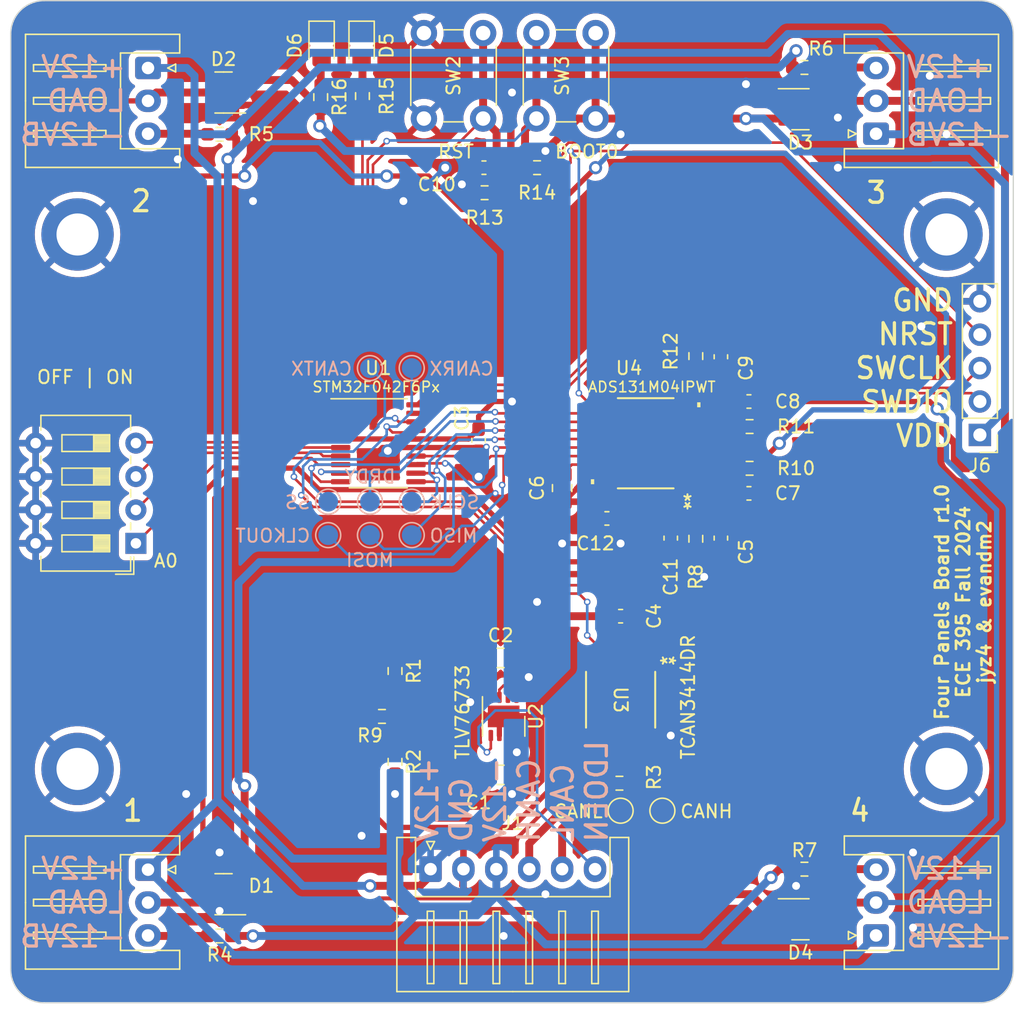
<source format=kicad_pcb>
(kicad_pcb (version 20221018) (generator pcbnew)
  (layers (0 "F.Cu" signal) (31 "B.Cu" signal) (34 "B.Paste" user) (35 "F.Paste" user) (36 "B.SilkS" user "B.Silkscreen") (37 "F.SilkS" user "F.Silkscreen") (38 "B.Mask" user) (39 "F.Mask" user) (44 "Edge.Cuts" user))
  (net 0 "")
  (net 1 "+12V")
  (net 2 "GND")
  (net 3 "VDD")
  (net 4 "/LOAD1_FILTERED")
  (net 5 "/VREF")
  (net 6 "Net-(U4-CAP)")
  (net 7 "/LOAD2_FILTERED")
  (net 8 "/LOAD3_FILTERED")
  (net 9 "/LOAD4_FILTERED")
  (net 10 "/NRST")
  (net 11 "/LOAD1")
  (net 12 "/LOAD2")
  (net 13 "/LOAD3")
  (net 14 "/LOAD4")
  (net 15 "Net-(D5-A)")
  (net 16 "Net-(D6-A)")
  (net 17 "-12V")
  (net 18 "CAN_H")
  (net 19 "CAN_L")
  (net 20 "LDO_EN")
  (net 21 "Net-(J2-Pin_3)")
  (net 22 "Net-(J3-Pin_3)")
  (net 23 "Net-(J4-Pin_3)")
  (net 24 "Net-(J5-Pin_3)")
  (net 25 "/SWDIO")
  (net 26 "/SWCLK")
  (net 27 "Net-(R1-Pad2)")
  (net 28 "/BOOT0")
  (net 29 "/LED")
  (net 30 "/A0")
  (net 31 "/A1")
  (net 32 "/A2")
  (net 33 "/A3")
  (net 34 "/DRDY")
  (net 35 "/SS")
  (net 36 "/SCLK")
  (net 37 "/MISO")
  (net 38 "/MOSI")
  (net 39 "/CLKOUT")
  (net 40 "/CAN_RX")
  (net 41 "/CAN_TX")
  (footprint "Resistor_SMD:R_0603_1608Metric_Pad0.98x0.95mm_HandSolder" (layer "F.Cu") (at 48.96 22.575 -90)
    (fp_text reference "R16")
    (fp_text value "1k")
  )
  (footprint "Resistor_SMD:R_0603_1608Metric_Pad0.98x0.95mm_HandSolder" (layer "F.Cu") (at 81.5575 50.8 180)
    (fp_text reference "R10")
    (fp_text value "1k")
  )
  (footprint "Package_TO_SOT_SMD:SOT-23" (layer "F.Cu") (at 85.4225 85.09)
    (fp_text reference "D4")
    (fp_text value "BAT54S")
  )
  (footprint "LED_SMD:LED_0805_2012Metric_Pad1.15x1.40mm_HandSolder" (layer "F.Cu") (at 49.03 18.66 -90)
    (fp_text reference "D6")
    (fp_text value "GREEN")
  )
  (footprint "Resistor_SMD:R_0603_1608Metric_Pad0.98x0.95mm_HandSolder" (layer "F.Cu") (at 41.275 25.4 180)
    (fp_text reference "R5")
    (fp_text value "2.2")
  )
  (footprint "Resistor_SMD:R_0603_1608Metric_Pad0.98x0.95mm_HandSolder" (layer "F.Cu") (at 54.61 66.21335 -90)
    (fp_text reference "R1")
    (fp_text value "1k 0.1%")
  )
  (footprint "Connector_JST:JST_XH_S6B-XH-A_1x06_P2.50mm_Horizontal" (layer "F.Cu") (at 57.31 81.28)
    (fp_text reference "J1")
    (fp_text value "MAIN")
  )
  (footprint "Button_Switch_THT:SW_PUSH_6mm" (layer "F.Cu") (at 56.805 24.205 90)
    (fp_text reference "SW2")
    (fp_text value "SW_Push")
  )
  (footprint "LED_SMD:LED_0805_2012Metric_Pad1.15x1.40mm_HandSolder" (layer "F.Cu") (at 52.07 18.66 -90)
    (fp_text reference "D5")
    (fp_text value "YELLOW")
  )
  (footprint "MountingHole:MountingHole_3.2mm_M3_ISO14580_Pad" (layer "F.Cu") (at 96.52 73.66)
    (fp_text reference "REF**" hide)
    (fp_text value "MountingHole_3.2mm_M3_ISO14580_Pad" hide)
  )
  (footprint "Resistor_SMD:R_0603_1608Metric_Pad0.98x0.95mm_HandSolder" (layer "F.Cu") (at 61.4175 29.845)
    (fp_text reference "R13")
    (fp_text value "10k")
  )
  (footprint "Button_Switch_THT:SW_DIP_SPSTx04_Slide_6.7x11.72mm_W7.62mm_P2.54mm_LowProfile" (layer "F.Cu") (at 34.915 56.505 180)
    (fp_text reference "SW1" hide)
    (fp_text value "SW_DIP_x04")
  )
  (footprint "TestPoint:TestPoint_Pad_D1.5mm" (layer "F.Cu") (at 71.755 76.835)
    (fp_text reference "REF**" hide)
    (fp_text value "TestPoint_Pad_D1.5mm" hide)
  )
  (footprint "Resistor_SMD:R_0603_1608Metric_Pad0.98x0.95mm_HandSolder" (layer "F.Cu") (at 52.135 22.495 -90)
    (fp_text reference "R15")
    (fp_text value "1k")
  )
  (footprint "Resistor_SMD:R_0603_1608Metric_Pad0.98x0.95mm_HandSolder" (layer "F.Cu") (at 85.725 20.32)
    (fp_text reference "R6")
    (fp_text value "2.2")
  )
  (footprint "Capacitor_SMD:C_0603_1608Metric_Pad1.08x0.95mm_HandSolder" (layer "F.Cu") (at 60.96 48.6675 -90)
    (fp_text reference "C3")
    (fp_text value "100n")
  )
  (footprint "footprints:PW20_TEX" (layer "F.Cu") (at 73.66 48.895 180)
    (fp_text reference "U4")
    (fp_text value "ADS131M04IPWT")
  )
  (footprint "footprints:SOIC8_D_TEX" (layer "F.Cu") (at 71.755 68.39585 -90)
    (fp_text reference "U3")
    (fp_text value "PTCAN3414DR")
  )
  (footprint "Connector_PinHeader_2.54mm:PinHeader_1x05_P2.54mm_Vertical" (layer "F.Cu") (at 99.06 48.26 180)
    (fp_text reference "J6")
    (fp_text value "SWD")
  )
  (footprint "Package_SO:TSSOP-20_4.4x6.5mm_P0.65mm" (layer "F.Cu") (at 53.34 48.895)
    (fp_text reference "U1")
    (fp_text value "STM32F042F6Px")
  )
  (footprint "Capacitor_SMD:C_0805_2012Metric_Pad1.18x1.45mm_HandSolder" (layer "F.Cu") (at 62.6325 65.22085 180)
    (fp_text reference "C2")
    (fp_text value "2.2u")
  )
  (footprint "Capacitor_SMD:C_0603_1608Metric_Pad1.08x0.95mm_HandSolder" (layer "F.Cu") (at 75.565 56.1075 -90)
    (fp_text reference "C11")
    (fp_text value "100n")
  )
  (footprint "Resistor_SMD:R_0603_1608Metric_Pad0.98x0.95mm_HandSolder" (layer "F.Cu") (at 53.6175 69.66585 180)
    (fp_text reference "R9")
    (fp_text value "1k")
  )
  (footprint "Connector_JST:JST_XH_S3B-XH-A_1x03_P2.50mm_Horizontal" (layer "F.Cu") (at 91.165 25.36 90)
    (fp_text reference "J4" hide)
    (fp_text value "LOAD CELL 3")
  )
  (footprint "Resistor_SMD:R_0603_1608Metric_Pad0.98x0.95mm_HandSolder" (layer "F.Cu") (at 85.725 81.28)
    (fp_text reference "R7")
    (fp_text value "2.2")
  )
  (footprint "Package_TO_SOT_SMD:SOT-23" (layer "F.Cu") (at 41.5775 22.225 180)
    (fp_text reference "D2")
    (fp_text value "BAT54S")
  )
  (footprint "Capacitor_SMD:C_0603_1608Metric_Pad1.08x0.95mm_HandSolder" (layer "F.Cu") (at 71.755 62.04585)
    (fp_text reference "C4")
    (fp_text value "100n")
  )
  (footprint "Resistor_SMD:R_0603_1608Metric_Pad0.98x0.95mm_HandSolder" (layer "F.Cu") (at 65.405 27.94)
    (fp_text reference "R14")
    (fp_text value "10k")
  )
  (footprint "MountingHole:MountingHole_3.2mm_M3_ISO14580_Pad" (layer "F.Cu") (at 30.48 33.02)
    (fp_text reference "REF**" hide)
    (fp_text value "MountingHole_3.2mm_M3_ISO14580_Pad" hide)
  )
  (footprint "TestPoint:TestPoint_Pad_D1.5mm" (layer "F.Cu") (at 74.93 76.835)
    (fp_text reference "REF**" hide)
    (fp_text value "TestPoint_Pad_D1.5mm" hide)
  )
  (footprint "Button_Switch_THT:SW_PUSH_6mm" (layer "F.Cu") (at 65.355 24.205 90)
    (fp_text reference "SW3")
    (fp_text value "SW_Push")
  )
  (footprint "Capacitor_SMD:C_0805_2012Metric_Pad1.18x1.45mm_HandSolder" (layer "F.Cu") (at 62.6325 74.11085 180)
    (fp_text reference "C1")
    (fp_text value "1u")
  )
  (footprint "Capacitor_SMD:C_0603_1608Metric_Pad1.08x0.95mm_HandSolder" (layer "F.Cu") (at 70.7125 54.61 180)
    (fp_text reference "C12")
    (fp_text value "100n")
  )
  (footprint "Capacitor_SMD:C_0603_1608Metric_Pad1.08x0.95mm_HandSolder" (layer "F.Cu") (at 81.5075 52.705)
    (fp_text reference "C7")
    (fp_text value "100n")
  )
  (footprint "MountingHole:MountingHole_3.2mm_M3_ISO14580_Pad" (layer "F.Cu") (at 96.52 33.02)
    (fp_text reference "REF**" hide)
    (fp_text value "MountingHole_3.2mm_M3_ISO14580_Pad" hide)
  )
  (footprint "Connector_JST:JST_XH_S3B-XH-A_1x03_P2.50mm_Horizontal" (layer "F.Cu") (at 35.835 81.32 -90)
    (fp_text reference "J2" hide)
    (fp_text value "LOAD CELL 1")
  )
  (footprint "Capacitor_SMD:C_0805_2012Metric_Pad1.18x1.45mm_HandSolder" (layer "F.Cu") (at 67.31 52.3025 -90)
    (fp_text reference "C6")
    (fp_text value "220n")
  )
  (footprint "Capacitor_SMD:C_0603_1608Metric_Pad1.08x0.95mm_HandSolder" (layer "F.Cu") (at 79.375 42.3175 90)
    (fp_text reference "C9")
    (fp_text value "100n")
  )
  (footprint "Package_SON:VSON-8-1EP_3x3mm_P0.65mm_EP1.65x2.4mm" (layer "F.Cu") (at 62.865 69.66585 -90)
    (fp_text reference "U2")
    (fp_text value "TLV76733QWDRBxQ1" hide)
  )
  (footprint "Connector_JST:JST_XH_S3B-XH-A_1x03_P2.50mm_Horizontal" (layer "F.Cu") (at 35.835 20.36 -90)
    (fp_text reference "J3" hide)
    (fp_text value "LOAD CELL 2")
  )
  (footprint "Resistor_SMD:R_0603_1608Metric_Pad0.98x0.95mm_HandSolder" (layer "F.Cu") (at 77.47 56.1575 90)
    (fp_text reference "R8")
    (fp_text value "1k")
  )
  (footprint "Package_TO_SOT_SMD:SOT-23" (layer "F.Cu") (at 85.4225 23.495)
    (fp_text reference "D3")
    (fp_text value "BAT54S")
  )
  (footprint "Package_TO_SOT_SMD:SOT-23" (layer "F.Cu") (at 41.5775 83.185 180)
    (fp_text reference "D1")
    (fp_text value "BAT54S")
  )
  (footprint "Capacitor_SMD:C_0603_1608Metric_Pad1.08x0.95mm_HandSolder" (layer "F.Cu") (at 61.3675 27.94 180)
    (fp_text reference "C10")
    (fp_text value "100n")
  )
  (footprint "Resistor_SMD:R_0603_1608Metric_Pad0.98x0.95mm_HandSolder" (layer "F.Cu") (at 41.275 86.36 180)
    (fp_text reference "R4")
    (fp_text value "2.2")
  )
  (footprint "Resistor_SMD:R_0603_1608Metric_Pad0.98x0.95mm_HandSolder" (layer "F.Cu") (at 81.5575 47.625 180)
    (fp_text reference "R11")
    (fp_text value "1k")
  )
  (footprint "MountingHole:MountingHole_3.2mm_M3_ISO14580_Pad" (layer "F.Cu") (at 30.48 73.66)
    (fp_text reference "REF**" hide)
    (fp_text value "MountingHole_3.2mm_M3_ISO14580_Pad" hide)
  )
  (footprint "Resistor_SMD:R_0603_1608Metric_Pad0.98x0.95mm_HandSolder" (layer "F.Cu") (at 71.6646 74.74585 180)
    (fp_text reference "R3")
    (fp_text value "120")
  )
  (footprint "Resistor_SMD:R_0603_1608Metric_Pad0.98x0.95mm_HandSolder" (layer "F.Cu") (at 77.47 42.2675 -90)
    (fp_text reference "R12")
    (fp_text value "1k")
  )
  (footprint "Resistor_SMD:R_0603_1608Metric_Pad0.98x0.95mm_HandSolder" (layer "F.Cu") (at 54.61 73.11835 -90)
    (fp_text reference "R2")
    (fp_text value "1k 0.1%")
  )
  (footprint "Connector_JST:JST_XH_S3B-XH-A_1x03_P2.50mm_Horizontal" (layer "F.Cu") (at 91.165 86.32 90)
    (fp_text reference "J5" hide)
    (fp_text value "LOAD CELL 4")
  )
  (footprint "Capacitor_SMD:C_0603_1608Metric_Pad1.08x0.95mm_HandSolder" (layer "F.Cu") (at 79.375 56.1075 -90)
    (fp_text reference "C5")
    (fp_text value "100n")
  )
  (footprint "Capacitor_SMD:C_0603_1608Metric_Pad1.08x0.95mm_HandSolder" (layer "F.Cu") (at 81.5075 45.72)
    (fp_text reference "C8")
    (fp_text value "100n")
  )
  (footprint "TestPoint:TestPoint_Pad_D1.5mm" (layer "B.Cu") (at 52.705 55.88 180)
    (fp_text reference "REF**" hide)
    (fp_text value "TestPoint_Pad_D1.5mm" hide)
  )
  (footprint "TestPoint:TestPoint_Pad_D1.5mm" (layer "B.Cu") (at 55.88 53.34 180)
    (fp_text reference "REF**" hide)
    (fp_text value "TestPoint_Pad_D1.5mm" hide)
  )
  (footprint "TestPoint:TestPoint_Pad_D1.5mm" (layer "B.Cu") (at 52.705 53.34 180)
    (fp_text reference "REF**" hide)
    (fp_text value "TestPoint_Pad_D1.5mm" hide)
  )
  (footprint "TestPoint:TestPoint_Pad_D1.5mm" (layer "B.Cu") (at 49.53 53.34 180)
    (fp_text reference "REF**" hide)
    (fp_text value "TestPoint_Pad_D1.5mm" hide)
  )
  (footprint "TestPoint:TestPoint_Pad_D1.5mm" (layer "B.Cu") (at 55.88 43.18 180)
    (fp_text reference "REF**" hide)
    (fp_text value "TestPoint_Pad_D1.5mm" hide)
  )
  (footprint "TestPoint:TestPoint_Pad_D1.5mm" (layer "B.Cu") (at 49.53 55.88 180)
    (fp_text reference "REF**" hide)
    (fp_text value "TestPoint_Pad_D1.5mm" hide)
  )
  (footprint "TestPoint:TestPoint_Pad_D1.5mm" (layer "B.Cu") (at 55.88 55.88 180)
    (fp_text reference "REF**" hide)
    (fp_text value "TestPoint_Pad_D1.5mm" hide)
  )
  (footprint "TestPoint:TestPoint_Pad_D1.5mm" (layer "B.Cu") (at 52.705 43.18 180)
    (fp_text reference "REF**" hide)
    (fp_text value "TestPoint_Pad_D1.5mm" hide)
  )
  (gr_arc (start 25.4 17.78) (mid 26.143949 15.983949) (end 27.94 15.24) (stroke (width 0.1)) (layer "Edge.Cuts"))
  (gr_line (start 101.6 17.78) (end 101.6 88.9) (stroke (width 0.1)) (layer "Edge.Cuts"))
  (gr_line (start 25.4 88.9) (end 25.4 17.78) (stroke (width 0.1)) (layer "Edge.Cuts"))
  (gr_line (start 27.94 15.24) (end 99.06 15.24) (stroke (width 0.1)) (layer "Edge.Cuts"))
  (gr_arc (start 99.06 15.24) (mid 100.856051 15.983949) (end 101.6 17.78) (stroke (width 0.1)) (layer "Edge.Cuts"))
  (gr_arc (start 27.94 91.44) (mid 26.143949 90.696051) (end 25.4 88.9) (stroke (width 0.1)) (layer "Edge.Cuts"))
  (gr_line (start 99.06 91.44) (end 27.94 91.44) (stroke (width 0.1)) (layer "Edge.Cuts"))
  (gr_arc (start 101.6 88.9) (mid 100.856051 90.696051) (end 99.06 91.44) (stroke (width 0.1)) (layer "Edge.Cuts"))
  (gr_text "SS" (at 48.26 53.975) (layer "B.SilkS") (effects (font (size 1 1)) (justify left bottom mirror)))
  (gr_text "CLKOUT" (at 48.26 56.515) (layer "B.SilkS") (effects (font (size 1 1)) (justify left bottom mirror)))
  (gr_text "+12V\nLOAD\n-12VB" (at 93.345 83.82) (layer "B.SilkS") (effects (font (size 1.6 1.6) (thickness 0.25)) (justify right mirror)))
  (gr_text "+12V\nLOAD\n-12VB" (at 34.29 22.86) (layer "B.SilkS") (effects (font (size 1.6 1.6) (thickness 0.25)) (justify left mirror)))
  (gr_text "CANTX" (at 51.435 43.815) (layer "B.SilkS") (effects (font (size 1 1)) (justify left bottom mirror)))
  (gr_text "MISO" (at 57.15 56.515) (layer "B.SilkS") (effects (font (size 1 1)) (justify right bottom mirror)))
  (gr_text "SCLK" (at 57.15 53.975) (layer "B.SilkS") (effects (font (size 1 1)) (justify right bottom mirror)))
  (gr_text "+12V\nGND\n-12V\nCANH\nCANL\nLDOEN" (at 63.5 79.375 90) (layer "B.SilkS") (effects (font (size 1.6 1.6) (thickness 0.25)) (justify right mirror)))
  (gr_text "+12V\nLOAD\n-12VB" (at 34.29 83.82) (layer "B.SilkS") (effects (font (size 1.6 1.6) (thickness 0.25)) (justify left mirror)))
  (gr_text "+12V\nLOAD\n-12VB" (at 93.345 22.86) (layer "B.SilkS") (effects (font (size 1.6 1.6) (thickness 0.25)) (justify right mirror)))
  (gr_text "MOSI" (at 52.705 57.785) (layer "B.SilkS") (effects (font (size 1 1)) (justify mirror)))
  (gr_text "CANRX" (at 57.15 43.815) (layer "B.SilkS") (effects (font (size 1 1)) (justify right bottom mirror)))
  (gr_text "DRDY" (at 52.705 51.435) (layer "B.SilkS") (effects (font (size 1 1)) (justify mirror)))
  (gr_text "4" (at 90.805 76.835) (layer "F.SilkS") (effects (font (size 1.6 1.5) (thickness 0.25) bold) (justify right)))
  (gr_text "2" (at 36.195 30.48) (layer "F.SilkS") (effects (font (size 1.6 1.5) (thickness 0.25) bold) (justify right)))
  (gr_text "3" (at 92.075 29.845) (layer "F.SilkS") (effects (font (size 1.6 1.5) (thickness 0.25) bold) (justify right)))
  (gr_text "STM32F042F6Px" (at 48.26 45.085) (layer "F.SilkS") (effects (font (size 0.8 0.8) (thickness 0.12)) (justify left bottom)))
  (gr_text "TLV76733" (at 60.325 73.025 90) (layer "F.SilkS") (effects (font (size 1 1)) (justify left bottom)))
  (gr_text "OFF | ON" (at 27.305 44.45) (layer "F.SilkS") (effects (font (size 1 1)) (justify left bottom)))
  (gr_text "CANL" (at 70.485 77.47) (layer "F.SilkS") (effects (font (size 1 1)) (justify right bottom)))
  (gr_text "Four Panels Board r1.0\nECE 395 Fall 2024\njyz4 & evandm2" (at 97.79 60.96 90) (layer "F.SilkS") (effects (font (size 1 1) (thickness 0.2) bold)))
  (gr_text "A0" (at 36.195 58.42) (layer "F.SilkS") (effects (font (size 1 1)) (justify left bottom)))
  (gr_text "TCAN3414DR" (at 77.47 73.025 -270) (layer "F.SilkS") (effects (font (size 1 1)) (justify left bottom)))
  (gr_text "CANH" (at 76.2 77.47) (layer "F.SilkS") (effects (font (size 1 1)) (justify left bottom)))
  (gr_text "BOOT0" (at 66.675 27.305) (layer "F.SilkS") (effects (font (size 1 1)) (justify left bottom)))
  (gr_text "ADS131M04IPWT" (at 69.215 45.085) (layer "F.SilkS") (effects (font (size 0.8 0.8) (thickness 0.12)) (justify left bottom)))
  (gr_text "GND\nNRST\nSWCLK\nSWDIO\nVDD" (at 97.155 43.18) (layer "F.SilkS") (effects (font (size 1.6 1.5) (thickness 0.25) bold) (justify right)))
  (gr_text "RST" (at 57.785 27.305) (layer "F.SilkS") (effects (font (size 1 1)) (justify left bottom)))
  (gr_text "1" (at 35.56 76.835) (layer "F.SilkS") (effects (font (size 1.6 1.5) (thickness 0.25) bold) (justify right)))
  (segment (start 63.67 75.395) (end 63.5 75.565) (width 0.6) (layer "F.Cu") (net 1))
  (segment (start 56.515 67.20585) (end 56.515 76.2) (width 0.4) (layer "F.Cu") (net 1))
  (segment (start 63.865 73.91585) (end 63.865 71.11585) (width 0.6) (layer "F.Cu") (net 1))
  (segment (start 63.67 74.11085) (end 63.865 73.91585) (width 0.6) (layer "F.Cu") (net 1))
  (segment (start 54.61 65.30085) (end 56.515 67.20585) (width 0.4) (layer "F.Cu") (net 1))
  (segment (start 56.515 76.2) (end 57.785 77.47) (width 0.4) (layer "F.Cu") (net 1))
  (segment (start 57.31 81.28) (end 57.31 81.755) (width 0.6) (layer "F.Cu") (net 1))
  (segment (start 63.67 74.11085) (end 63.67 75.395) (width 0.6) (layer "F.Cu") (net 1))
  (segment (start 61.595 77.47) (end 63.5 75.565) (width 0.4) (layer "F.Cu") (net 1))
  (segment (start 57.31 81.755) (end 56.515 82.55) (width 0.6) (layer "F.Cu") (net 1))
  (segment (start 57.785 77.47) (end 61.595 77.47) (width 0.4) (layer "F.Cu") (net 1))
  (segment (start 56.515 82.55) (end 52.705 82.55) (width 0.6) (layer "F.Cu") (net 1))
  (via (at 63.865 72.39) (size 1) (drill 0.6) (layers "F.Cu" "B.Cu") (net 1))
  (via (at 63.5 75.565) (size 1) (drill 0.6) (layers "F.Cu" "B.Cu") (net 1))
  (via (at 52.705 82.55) (size 1) (drill 0.6) (layers "F.Cu" "B.Cu") (net 1))
  (segment (start 57.31 81.12) (end 59.055 79.375) (width 0.6) (layer "B.Cu") (net 1))
  (segment (start 47.615 82.55) (end 41.11 76.045) (width 0.6) (layer "B.Cu") (net 1))
  (segment (start 42.31 87.795) (end 35.835 81.32) (width 0.6) (layer "B.Cu") (net 1))
  (segment (start 39.37 20.955) (end 39.37 25.4) (width 0.6) (layer "B.Cu") (net 1))
  (segment (start 39.37 25.4) (end 39.37 26.835) (width 0.6) (layer "B.Cu") (net 1))
  (segment (start 93.345 19.685) (end 91.44 17.78) (width 0.6) (layer "B.Cu") (net 1))
  (segment (start 48.105 19.205) (end 41.91 25.4) (width 0.6) (layer "B.Cu") (net 1))
  (segment (start 91.205 25.4) (end 93.345 25.4) (width 0.6) (layer "B.Cu") (net 1))
  (segment (start 35.835 20.36) (end 38.775 20.36) (width 0.6) (layer "B.Cu") (net 1))
  (segment (start 93.345 25.4) (end 93.345 19.685) (width 0.6) (layer "B.Cu") (net 1))
  (segment (start 52.705 82.55) (end 47.615 82.55) (width 0.6) (layer "B.Cu") (net 1))
  (segment (start 55.88 80.645) (end 57.785 78.74) (width 0.6) (layer "B.Cu") (net 1))
  (segment (start 84.455 17.78) (end 83.03 19.205) (width 0.6) (layer "B.Cu") (net 1))
  (segment (start 59.055 79.375) (end 59.055 78.74) (width 0.6) (layer "B.Cu") (net 1))
  (segment (start 57.785 78.74) (end 60.325 78.74) (width 0.6) (layer "B.Cu") (net 1))
  (segment (start 57.31 81.28) (end 57.31 81.12) (width 0.6) (layer "B.Cu") (net 1))
  (segment (start 38.775 20.36) (end 39.37 20.955) (width 0.6) (layer "B.Cu") (net 1))
  (segment (start 91.165 86.32) (end 89.69 87.795) (width 0.6) (layer "B.Cu") (net 1))
  (segment (start 41.91 25.4) (end 39.37 25.4) (width 0.6) (layer "B.Cu") (net 1))
  (segment (start 57.31 81.28) (end 55.88 81.28) (width 0.6) (layer "B.Cu") (net 1))
  (segment (start 55.88 81.28) (end 55.88 80.645) (width 0.6) (layer "B.Cu") (net 1))
  (segment (start 91.44 17.78) (end 84.455 17.78) (width 0.6) (layer "B.Cu") (net 1))
  (segment (start 83.03 19.205) (end 48.105 19.205) (width 0.6) (layer "B.Cu") (net 1))
  (segment (start 41.11 76.045) (end 35.835 81.32) (width 0.6) (layer "B.Cu") (net 1))
  (segment (start 60.325 78.74) (end 63.5 75.565) (width 0.6) (layer "B.Cu") (net 1))
  (segment (start 91.165 25.36) (end 91.205 25.4) (width 0.6) (layer "B.Cu") (net 1))
  (segment (start 89.69 87.795) (end 42.31 87.795) (width 0.6) (layer "B.Cu") (net 1))
  (segment (start 41.11 28.575) (end 41.11 76.045) (width 0.6) (layer "B.Cu") (net 1))
  (segment (start 39.37 26.835) (end 41.11 28.575) (width 0.6) (layer "B.Cu") (net 1))
  (segment (start 59.81 79.495) (end 59.69 79.375) (width 0.4) (layer "F.Cu") (net 2))
  (segment (start 53.34 49.53) (end 53.999832 49.53) (width 0.4) (layer "F.Cu") (net 2))
  (segment (start 59.81 81.28) (end 59.69 81.4) (width 0.4) (layer "F.Cu") (net 2))
  (segment (start 67.395 26.442182) (end 67.802182 26.035) (width 0.2) (layer "F.Cu") (net 2))
  (segment (start 84.485 83.155) (end 85.09 82.55) (width 0.4) (layer "F.Cu") (net 2))
  (segment (start 76.44 54.680939) (end 76.44 56.095) (width 0.4) (layer "F.Cu") (net 2))
  (segment (start 53.65 49.22) (end 53.34 49.53) (width 0.4) (layer "F.Cu") (net 2))
  (segment (start 84.485 84.14) (end 84.485 83.155) (width 0.4) (layer "F.Cu") (net 2))
  (segment (start 41.595 84.135) (end 41.275 84.455) (width 0.4) (layer "F.Cu") (net 2))
  (segment (start 55.88 78.74) (end 52.07 78.74) (width 0.4) (layer "F.Cu") (net 2))
  (segment (start 56.2025 49.22) (end 53.65 49.22) (width 0.4) (layer "F.Cu") (net 2))
  (segment (start 59.69 81.4) (end 59.69 82.55) (width 0.4) (layer "F.Cu") (net 2))
  (segment (start 72.39 62.27335) (end 72.6175 62.04585) (width 0.6) (layer "F.Cu") (net 2))
  (segment (start 63.5 22.225) (end 63.5 17.145) (width 0.2) (layer "F.Cu") (net 2))
  (segment (start 61.41085 69.66585) (end 60.325 68.58) (width 0.6) (layer "F.Cu") (net 2))
  (segment (start 62.865 69.66585) (end 61.41085 69.66585) (width 0.6) (layer "F.Cu") (net 2))
  (segment (start 59.69 82.55) (end 60.325 83.185) (width 0.4) (layer "F.Cu") (net 2))
  (segment (start 67.802182 26.035) (end 69.215 26.035) (width 0.2) (layer "F.Cu") (net 2))
  (segment (start 61.89 66.97) (end 61.595 66.675) (width 0.4) (layer "F.Cu") (net 2))
  (segment (start 70.739 51.169999) (end 69.6024 51.169999) (width 0.4) (layer "F.Cu") (net 2))
  (segment (start 77.944536 51.595465) (end 77.944536 53.176403) (width 0.4) (layer "F.Cu") (net 2))
  (segment (start 59.81 81.28) (end 59.81 79.495) (width 0.4) (layer "F.Cu") (net 2))
  (segment (start 71.12 26.035) (end 71.755 25.4) (width 0.2) (layer "F.Cu") (net 2))
  (segment (start 77.51907 51.169999) (end 77.944536 51.595465) (width 0.4) (layer "F.Cu") (net 2))
  (segment (start 62.54 71.11585) (end 62.54 69.99085) (width 0.4) (layer "F.Cu") (net 2))
  (segment (start 76.581 51.169999) (end 77.51907 51.169999) (width 0.4) (layer "F.Cu") (net 2))
  (segment (start 69.215 26.035) (end 71.12 26.035) (width 0.2) (layer "F.Cu") (net 2))
  (segment (start 60.96 49.53) (end 61.201343 49.53) (width 0.4) (layer "F.Cu") (net 2))
  (segment (start 69.6024 51.169999) (end 67.432399 53.34) (width 0.4) (layer "F.Cu") (net 2))
  (segment (start 65.5425 28.715) (end 64.01986 28.715) (width 0.2) (layer "F.Cu") (net 2))
  (segment (start 60.325 83.185) (end 66.04 83.185) (width 0.4) (layer "F.Cu") (net 2))
  (segment (start 77.944536 53.176403) (end 76.44 54.680939) (width 0.4) (layer "F.Cu") (net 2))
  (segment (start 76.44 56.095) (end 75.565 56.97) (width 0.4) (layer "F.Cu") (net 2))
  (segment (start 66.3175 27.94) (end 67.395 26.8625) (width 0.2) (layer "F.Cu") (net 2))
  (segment (start 58.635 15.875) (end 56.805 17.705) (width 0.2) (layer "F.Cu") (net 2))
  (segment (start 60.96 49.53) (end 60.65 49.22) (width 0.4) (layer "F.Cu") (net 2))
  (segment (start 64.01986 28.715) (end 63.5 28.19514) (width 0.2) (layer "F.Cu") (net 2))
  (segment (start 61.89 68.21585) (end 61.89 66.97) (width 0.4) (layer "F.Cu") (net 2))
  (segment (start 61.595 66.675) (end 61.595 65.22085) (width 0.4) (layer "F.Cu") (net 2))
  (segment (start 62.23 15.875) (end 58.635 15.875) (width 0.2) (layer "F.Cu") (net 2))
  (segment (start 70.739 51.169999) (end 76.581 51.169999) (width 0.4) (layer "F.Cu") (net 2))
  (segment (start 66.3175 27.94) (end 65.5425 28.715) (width 0.2) (layer "F.Cu") (net 2))
  (segment (start 67.432399 53.34) (end 67.31 53.34) (width 0.4) (layer "F.Cu") (net 2))
  (segment (start 60.65 49.22) (end 56.2025 49.22) (width 0.4) (layer "F.Cu") (net 2))
  (segment (start 63.5 28.19514) (end 63.5 22.225) (width 0.2) (layer "F.Cu") (net 2))
  (segment (start 53.999832 49.53) (end 54.060332 49.4695) (width 0.4) (layer "F.Cu") (net 2))
  (segment (start 72.39 65.6717) (end 72.39 62.27335) (width 0.6) (layer "F.Cu") (net 2))
  (segment (start 61.201343 49.53) (end 61.554129 49.177214) (width 0.4) (layer "F.Cu") (net 2))
  (segment (start 62.54 69.99085) (end 62.865 69.66585) (width 0.4) (layer "F.Cu") (net 2))
  (segment (start 42.515 84.135) (end 41.595 84.135) (width 0.4) (layer "F.Cu") (net 2))
  (segment (start 63.5 17.145) (end 62.23 15.875) (width 0.2) (layer "F.Cu") (net 2))
  (segment (start 67.395 26.8625) (end 67.395 26.442182) (width 0.2) (layer "F.Cu") (net 2))
  (segment (start 59.69 79.375) (end 56.515 79.375) (width 0.4) (layer "F.Cu") (net 2))
  (segment (start 56.515 79.375) (end 55.88 78.74) (width 0.4) (layer "F.Cu") (net 2))
  (segment (start 60.505 27.94) (end 58.42 27.94) (width 0.4) (layer "F.Cu") (net 2))
  (via (at 41.275 80.01) (size 1) (drill 0.6) (layers "F.Cu" "B.Cu") (net 2))
  (via (at 81.28 21.59) (size 1) (drill 0.6) (layers "F.Cu" "B.Cu") (net 2))
  (via (at 66.04 83.185) (size 1) (drill 0.6) (layers "F.Cu" "B.Cu") (net 2))
  (via (at 60.325 68.58) (size 1) (drill 0.6) (layers "F.Cu" "B.Cu") (net 2))
  (via (at 38.735 75.565) (size 1) (drill 0.6) (layers "F.Cu" "B.Cu") (net 2))
  (via (at 88.265 24.13) (size 1) (drill 0.6) (layers "F.Cu" "B.Cu") (net 2))
  (via (at 78.105 59.055) (size 1) (drill 0.6) (layers "F.Cu" "B.Cu") (net 2))
  (via (at 71.755 56.515) (size 1) (drill 0.6) (layers "F.Cu" "B.Cu") (net 2))
  (via (at 41.275 84.455) (size 1) (drill 0.6) (layers "F.Cu" "B.Cu") (net 2))
  (via (at 62.23 52.705) (size 0.5) (drill 0.3) (layers "F.Cu" "B.Cu") (net 2))
  (via (at 93.98 80.01) (size 1) (drill 0.6) (layers "F.Cu" "B.Cu") (net 2))
  (via (at 94.615 40.005) (size 1) (drill 0.6) (layers "F.Cu" "B.Cu") (net 2))
  (via (at 96.52 25.4) (size 1) (drill 0.6) (layers "F.Cu" "B.Cu") (net 2))
  (via (at 43.815 30.48) (size 1) (drill 0.6) (layers "F.Cu" "B.Cu") (net 2))
  (via (at 63.5 22.225) (size 1) (drill 0.6) (layers "F.Cu" "B.Cu") (net 2))
  (via (at 75.565 71.12) (size 1) (drill 0.6) (layers "F.Cu" "B.Cu") (net 2))
  (via (at 60.96 51.435) (size 1) (drill 0.6) (layers "F.Cu" "B.Cu") (net 2))
  (via (at 61.554129 49.177214) (size 0.5) (drill 0.3) (layers "F.Cu" "B.Cu") (net 2))
  (via (at 38.1 27.305) (size 1) (drill 0.6) (layers "F.Cu" "B.Cu") (net 2))
  (via (at 88.265 27.94) (size 1) (drill 0.6) (layers "F.Cu" "B.Cu") (net 2))
  (via (at 62.865 86.36) (size 1) (drill 0.6) (layers "F.Cu" "B.Cu") (net 2))
  (via (at 55.245 30.48) (size 1) (drill 0.6) (layers "F.Cu" "B.Cu") (net 2))
  (via (at 58.42 27.94) (size 1) (drill 0.6) (layers "F.Cu" "B.Cu") (net 2))
  (via (at 85.09 82.55) (size 1) (drill 0.6) (layers "F.Cu" "B.Cu") (net 2))
  (via (at 71.755 25.4) (size 1) (drill 0.6) (layers "F.Cu" "B.Cu") (net 2))
  (via (at 93.98 85.725) (size 1) (drill 0.6) (layers "F.Cu" "B.Cu") (net 2))
  (via (at 95.25 20.955) (size 1) (drill 0.6) (layers "F.Cu" "B.Cu") (net 2))
  (via (at 52.07 78.74) (size 1) (drill 0.6) (layers "F.Cu" "B.Cu") (net 2))
  (via (at 54.060332 49.4695) (size 1) (drill 0.6) (layers "F.Cu" "B.Cu") (net 2))
  (segment (start 55.88 30.48) (end 55.245 30.48) (width 0.4) (layer "B.Cu") (net 2))
  (segment (start 85.09 82.55) (end 89.535 78.105) (width 0.4) (layer "B.Cu") (net 2))
  (segment (start 58.42 27.94) (end 55.88 30.48) (width 0.4) (layer "B.Cu") (net 2))
  (segment (start 91.44 78.105) (end 93.345 80.01) (width 0.4) (layer "B.Cu") (net 2))
  (segment (start 93.345 80.01) (end 93.98 80.01) (width 0.4) (layer "B.Cu") (net 2))
  (segment (start 61.554129 50.840871) (end 60.96 51.435) (width 0.4) (layer "B.Cu") (net 2))
  (segment (start 41.275 84.455) (end 41.275 80.01) (width 0.4) (layer "B.Cu") (net 2))
  (segment (start 61.554129 49.177214) (end 61.554129 50.840871) (width 0.4) (layer "B.Cu") (net 2))
  (segment (start 89.535 78.105) (end 91.44 78.105) (width 0.4) (layer "B.Cu") (net 2))
  (segment (start 66.845 62.04585) (end 70.8925 62.04585) (width 0.6) (layer "F.Cu") (net 3))
  (segment (start 76.580998 51.819998) (end 76.581 51.82) (width 0.4) (layer "F.Cu") (net 3))
  (segment (start 81.28 24.205) (end 84.245 24.205) (width 0.6) (layer "F.Cu") (net 3))
  (segment (start 71.12 62.27335) (end 70.8925 62.04585) (width 0.6) (layer "F.Cu") (net 3))
  (segment (start 84.485 86.04) (end 81.63 83.185) (width 0.6) (layer "F.Cu") (net 3))
  (segment (start 60.96 46.851801) (end 62.091801 45.72) (width 0.4) (layer "F.Cu") (net 3))
  (segment (start 71.575 54.61) (end 71.575 51.999998) (width 0.4) (layer "F.Cu") (net 3))
  (segment (start 69.855 24.205) (end 68.505 24.205) (width 0.6) (layer "F.Cu") (net 3))
  (segment (start 48.96 23.4875) (end 48.96 24.7) (width 0.6) (layer "F.Cu") (net 3))
  (segment (start 44.491739 84.455) (end 42.515 82.478261) (width 0.6) (layer "F.Cu") (net 3))
  (segment (start 43.18 81.57) (end 43.18 74.93) (width 0.6) (layer "F.Cu") (net 3))
  (segment (start 63.865 67.31) (end 63.865 68.21585) (width 0.6) (layer "F.Cu") (net 3))
  (segment (start 62.865 67.31) (end 63.865 67.31) (width 0.2) (layer "F.Cu") (net 3))
  (segment (start 48.96 24.7) (end 48.895 24.765) (width 0.6) (layer "F.Cu") (net 3))
  (segment (start 75.565 51.819998) (end 76.580998 51.819998) (width 0.4) (layer "F.Cu") (net 3))
  (segment (start 69.67 56.515) (end 67.31 56.515) (width 0.4) (layer "F.Cu") (net 3))
  (segment (start 70.739 51.819998) (end 71.755 51.819998) (width 0.4) (layer "F.Cu") (net 3))
  (segment (start 63.67 65.22085) (end 63.865 65.41585) (width 0.6) (layer "F.Cu") (net 3))
  (segment (start 62.54 67.635) (end 62.865 67.31) (width 0.2) (layer "F.Cu") (net 3))
  (segment (start 50.4775 48.57) (end 56.2025 48.57) (width 0.4) (layer "F.Cu") (net 3))
  (segment (start 63.865 65.41585) (end 63.865 66.675) (width 0.6) (layer "F.Cu") (net 3))
  (segment (start 68.505 24.205) (end 66.04 26.67) (width 0.6) (layer "F.Cu") (net 3))
  (segment (start 62.091801 45.72) (end 63.5 45.72) (width 0.4) (layer "F.Cu") (net 3))
  (segment (start 71.755 51.819998) (end 75.565 51.819998) (width 0.4) (layer "F.Cu") (net 3))
  (segment (start 67.945 83.185) (end 66.675 84.455) (width 0.6) (layer "F.Cu") (net 3))
  (segment (start 56.2025 48.57) (end 60.195 48.57) (width 0.4) (layer "F.Cu") (net 3))
  (segment (start 81.63 83.185) (end 67.945 83.185) (width 0.6) (layer "F.Cu") (net 3))
  (segment (start 66.845 62.04585) (end 66.49085 62.04585) (width 0.6) (layer "F.Cu") (net 3))
  (segment (start 42.515 82.235) (end 43.18 81.57) (width 0.6) (layer "F.Cu") (net 3))
  (segment (start 60.325 29.845) (end 59.69 29.21) (width 0.4) (layer "F.Cu") (net 3))
  (segment (start 60.505 29.845) (end 60.325 29.845) (width 0.4) (layer "F.Cu") (net 3))
  (segment (start 66.49085 62.04585) (end 65.405 60.96) (width 0.6) (layer "F.Cu") (net 3))
  (segment (start 60.195 48.57) (end 60.96 47.805) (width 0.4) (layer "F.Cu") (net 3))
  (segment (start 60.96 47.805) (end 60.96 46.851801) (width 0.4) (layer "F.Cu") (net 3))
  (segment (start 66.675 84.455) (end 44.491739 84.455) (width 0.6) (layer "F.Cu") (net 3))
  (segment (start 42.515 21.275) (end 46.7475 21.275) (width 0.6) (layer "F.Cu") (net 3))
  (segment (start 69.855 24.205) (end 81.28 24.205) (width 0.6) (layer "F.Cu") (net 3))
  (segment (start 69.855 24.205) (end 69.855 17.705) (width 0.6) (layer "F.Cu") (net 3))
  (segment (start 75.565 55.245) (end 75.565 51.819998) (width 0.4) (layer "F.Cu") (net 3))
  (segment (start 62.54 68.21585) (end 62.54 67.635) (width 0.2) (layer "F.Cu") (net 3))
  (segment (start 63.865 66.675) (end 64.77 66.675) (width 0.6) (layer "F.Cu") (net 3))
  (segment (start 84.245 24.205) (end 84.485 24.445) (width 0.6) (layer "F.Cu") (net 3))
  (segment (start 63.67 65.22085) (end 66.845 62.04585) (width 0.6) (layer "F.Cu") (net 3))
  (segment (start 42.515 82.478261) (end 42.515 82.235) (width 0.6) (layer "F.Cu") (net 3))
  (segment (start 71.575 51.999998) (end 71.755 51.819998) (width 0.4) (layer "F.Cu") (net 3))
  (segment (start 71.575 54.61) (end 69.67 56.515) (width 0.4) (layer "F.Cu") (net 3))
  (segment (start 63.865 66.675) (end 63.865 67.31) (width 0.6) (layer "F.Cu") (net 3))
  (segment (start 46.7475 21.275) (end 48.96 23.4875) (width 0.6) (layer "F.Cu") (net 3))
  (segment (start 71.12 65.6717) (end 71.12 62.27335) (width 0.6) (layer "F.Cu") (net 3))
  (via (at 65.405 60.96) (size 1) (drill 0.6) (layers "F.Cu" "B.Cu") (net 3))
  (via (at 43.18 74.93) (size 1) (drill 0.6) (layers "F.Cu" "B.Cu") (net 3))
  (via (at 48.895 24.765) (size 1) (drill 0.6) (layers "F.Cu" "B.Cu") (net 3))
  (via (at 63.5 45.72) (size 1) (drill 0.6) (layers "F.Cu" "B.Cu") (net 3))
  (via (at 66.04 26.67) (size 1) (drill 0.6) (layers "F.Cu" "B.Cu") (net 3))
  (via (at 59.69 29.21) (size 1) (drill 0.6) (layers "F.Cu" "B.Cu") (net 3))
  (via (at 81.28 24.205) (size 1) (drill 0.6) (layers "F.Cu" "B.Cu") (net 3))
  (via (at 64.77 66.675) (size 1) (drill 0.6) (layers "F.Cu" "B.Cu") (net 3))
  (via (at 67.31 56.515) (size 1) (drill 0.6) (layers "F.Cu" "B.Cu") (net 3))
  (segment (start 63.5 53.34) (end 63.5 45.72) (width 0.6) (layer "B.Cu") (net 3))
  (segment (start 42.71 74.46) (end 43.18 74.93) (width 0.6) (layer "B.Cu") (net 3))
  (segment (start 82.625 24.205) (end 85.13 26.71) (width 0.6) (layer "B.Cu") (net 3))
  (segment (start 58.91 57.93) (end 44.305 57.93) (width 0.6) (layer "B.Cu") (net 3))
  (segment (start 95.25 26.67) (end 98.425 26.67) (width 0.6) (layer "B.Cu") (net 3))
  (segment (start 65.405 58.42) (end 67.31 56.515) (width 0.6) (layer "B.Cu") (net 3))
  (segment (start 98.425 26.67) (end 100.965 29.21) (width 0.6) (layer "B.Cu") (net 3))
  (segment (start 81.28 24.205) (end 82.625 24.205) (width 0.6) (layer "B.Cu") (net 3))
  (segment (start 63.5 53.34) (end 58.91 57.93) (width 0.6) (layer "B.Cu") (net 3))
  (segment (start 85.13 26.71) (end 95.21 26.71) (width 0.6) (layer "B.Cu") (net 3))
  (segment (start 100.965 29.21) (end 100.965 46.355) (width 0.6) (layer "B.Cu") (net 3))
  (segment (start 42.71 59.525) (end 42.71 74.46) (width 0.6) (layer "B.Cu") (net 3))
  (segment (start 95.21 26.71) (end 95.25 26.67) (width 0.6) (layer "B.Cu") (net 3))
  (segment (start 44.305 57.93) (end 42.71 59.525) (width 0.6) (layer "B.Cu") (net 3))
  (segment (start 59.69 29.21) (end 63.5 29.21) (width 0.4) (layer "B.Cu") (net 3))
  (segment (start 64.135 53.34) (end 67.31 56.515) (width 0.6) (layer "B.Cu") (net 3))
  (segment (start 63.5 53.34) (end 64.135 53.34) (width 0.6) (layer "B.Cu") (net 3))
  (segment (start 50.8 26.67) (end 66.04 26.67) (width 0.6) (layer "B.Cu") (net 3))
  (segment (start 100.965 46.355) (end 99.06 48.26) (width 0.6) (layer "B.Cu") (net 3))
  (segment (start 65.405 60.96) (end 65.405 58.42) (width 0.6) (layer "B.Cu") (net 3))
  (segment (start 48.895 24.765) (end 50.8 26.67) (width 0.6) (layer "B.Cu") (net 3))
  (segment (start 78.74 51.542401) (end 78.74 54.61) (width 0.4) (layer "F.Cu") (net 4))
  (segment (start 78.105 55.245) (end 78.74 54.61) (width 0.4) (layer "F.Cu") (net 4))
  (segment (start 76.581 50.520001) (end 77.7176 50.520001) (width 0.4) (layer "F.Cu") (net 4))
  (segment (start 78.74 54.61) (end 79.375 55.245) (width 0.4) (layer "F.Cu") (net 4))
  (segment (start 77.7176 50.520001) (end 78.74 51.542401) (width 0.4) (layer "F.Cu") (net 4))
  (segment (start 77.47 55.245) (end 78.105 55.245) (width 0.4) (layer "F.Cu") (net 4))
  (segment (start 80.01 67.31) (end 80.01 57.605) (width 0.4) (layer "F.Cu") (net 5))
  (segment (start 80.080939 44.845) (end 81.495 44.845) (width 0.4) (layer "F.Cu") (net 5))
  (segment (start 76.0222 49.869999) (end 76.581 49.869999) (width 0.4) (layer "F.Cu") (net 5))
  (segment (start 76.581 49.869999) (end 78.444999 49.869999) (width 0.4) (layer "F.Cu") (net 5))
  (segment (start 74.93 48.777799) (end 74.988601 48.836399) (width 0.4) (layer "F.Cu") (net 5))
  (segment (start 81.495 44.845) (end 82.37 45.72) (width 0.4) (layer "F.Cu") (net 5))
  (segment (start 78.444999 49.869999) (end 79.375 50.8) (width 0.4) (layer "F.Cu") (net 5))
  (segment (start 53.975 78.105) (end 63.5 78.105) (width 0.4) (layer "F.Cu") (net 5))
  (segment (start 52.705 69.66585) (end 52.705 76.835) (width 0.4) (layer "F.Cu") (net 5))
  (segment (start 52.705 76.835) (end 53.975 78.105) (width 0.4) (layer "F.Cu") (net 5))
  (segment (start 66.675 74.93) (end 66.675 69.85) (width 0.4) (layer "F.Cu") (net 5))
  (segment (start 76.581 46.620001) (end 76.0222 46.620001) (width 0.4) (layer "F.Cu") (net 5))
  (segment (start 79.925469 45.000469) (end 80.25 44.675938) (width 0.4) (layer "F.Cu") (net 5))
  (segment (start 74.93 47.712201) (end 74.93 48.777799) (width 0.4) (layer "F.Cu") (net 5))
  (segment (start 78.74 68.58) (end 80.01 67.31) (width 0.4) (layer "F.Cu") (net 5))
  (segment (start 67.945 68.58) (end 78.74 68.58) (width 0.4) (layer "F.Cu") (net 5))
  (segment (start 76.581 47.270002) (end 76.581 46.620001) (width 0.4) (layer "F.Cu") (net 5))
  (segment (start 80.01 57.605) (end 79.375 56.97) (width 0.4) (layer "F.Cu") (net 5))
  (segment (start 75.372203 49.220001) (end 74.988601 48.836399) (width 0.4) (layer "F.Cu") (net 5))
  (segment (start 78.305938 46.620001) (end 79.925469 45.000469) (width 0.4) (layer "F.Cu") (net 5))
  (segment (start 66.675 69.85) (end 67.945 68.58) (width 0.4) (layer "F.Cu") (net 5))
  (segment (start 79.375 50.8) (end 79.375 52.874061) (width 0.4) (layer "F.Cu") (net 5))
  (segment (start 79.375 56.97) (end 80.645 55.7) (width 0.4) (layer "F.Cu") (net 5))
  (segment (start 80.645 55.7) (end 80.645 53.58) (width 0.4) (layer "F.Cu") (net 5))
  (segment (start 81.495 53.58) (end 82.37 52.705) (width 0.4) (layer "F.Cu") (net 5))
  (segment (start 75.372199 47.270002) (end 74.93 47.712201) (width 0.4) (layer "F.Cu") (net 5))
  (segment (start 74.988601 48.836399) (end 76.0222 49.869999) (width 0.4) (layer "F.Cu") (net 5))
  (segment (start 80.645 53.58) (end 81.495 53.58) (width 0.4) (layer "F.Cu") (net 5))
  (segment (start 80.25 42.33) (end 79.375 41.455) (width 0.4) (layer "F.Cu") (net 5))
  (segment (start 76.0222 46.620001) (end 74.93 47.712201) (width 0.4) (layer "F.Cu") (net 5))
  (segment (start 76.581 49.220001) (end 75.372203 49.220001) (width 0.4) (layer "F.Cu") (net 5))
  (segment (start 79.925469 45.000469) (end 80.080939 44.845) (width 0.4) (layer "F.Cu") (net 5))
  (segment (start 76.581 49.220001) (end 76.581 49.869999) (width 0.4) (layer "F.Cu") (net 5))
  (segment (start 76.581 46.620001) (end 78.305938 46.620001) (width 0.4) (layer "F.Cu") (net 5))
  (segment (start 76.581 47.270002) (end 75.372199 47.270002) (width 0.4) (layer "F.Cu") (net 5))
  (segment (start 79.375 52.874061) (end 80.080939 53.58) (width 0.4) (layer "F.Cu") (net 5))
  (segment (start 80.080939 53.58) (end 80.645 53.58) (width 0.4) (layer "F.Cu") (net 5))
  (segment (start 80.25 44.675938) (end 80.25 42.33) (width 0.4) (layer "F.Cu") (net 5))
  (segment (start 63.5 78.105) (end 66.675 74.93) (width 0.4) (layer "F.Cu") (net 5))
  (segment (start 68.055002 50.519998) (end 70.739 50.519998) (width 0.2) (layer "F.Cu") (net 6))
  (segment (start 67.31 51.265) (end 68.055002 50.519998) (width 0.2) (layer "F.Cu") (net 6))
  (segment (start 78.415002 48.570002) (end 80.645 50.8) (width 0.4) (layer "F.Cu") (net 7))
  (segment (start 80.645 50.8) (end 80.645 52.705) (width 0.4) (layer "F.Cu") (net 7))
  (segment (start 76.581 48.570002) (end 78.415002 48.570002) (width 0.4) (layer "F.Cu") (net 7))
  (segment (start 80.349999 47.920001) (end 80.645 47.625) (width 0.4) (layer "F.Cu") (net 8))
  (segment (start 80.645 47.625) (end 80.645 45.72) (width 0.4) (layer "F.Cu") (net 8))
  (segment (start 76.581 47.920001) (end 80.349999 47.920001) (width 0.4) (layer "F.Cu") (net 8))
  (segment (start 76.581 45.970002) (end 77.854998 45.970002) (width 0.4) (layer "F.Cu") (net 9))
  (segment (start 77.47 43.18) (end 79.375 43.18) (width 0.4) (layer "F.Cu") (net 9))
  (segment (start 77.854998 45.970002) (end 79.375 44.45) (width 0.4) (layer "F.Cu") (net 9))
  (segment (start 79.375 44.45) (end 79.375 43.18) (width 0.4) (layer "F.Cu") (net 9))
  (segment (start 62.33 25.23) (end 61.305 24.205) (width 0.6) (layer "F.Cu") (net 10))
  (segment (start 72.39 26.035) (end 83.82 26.035) (width 0.2) (layer "F.Cu") (net 10))
  (segment (start 65.66014 29.845) (end 62.33 29.845) (width 0.2) (layer "F.Cu") (net 10))
  (segment (start 62.33 29.845) (end 62.33 25.23) (width 0.6) (layer "F.Cu") (net 10))
  (segment (start 48.425 43.511372) (end 52.935 39.00137) (width 0.2) (layer "F.Cu") (net 10))
  (segment (start 67.945 26.67) (end 67.945 27.56014) (width 0.2) (layer "F.Cu") (net 10))
  (segment (start 67.945 26.67) (end 71.755 26.67) (width 0.2) (layer "F.Cu") (net 10))
  (segment (start 48.895 45.085) (end 48.425 44.615) (width 0.2) (layer "F.Cu") (net 10))
  (segment (start 51.435 45.085) (end 48.895 45.085) (width 0.2) (layer "F.Cu") (net 10))
  (segment (start 52.07 45.72) (end 51.435 45.085) (width 0.2) (layer "F.Cu") (net 10))
  (segment (start 52.935 39.00137) (end 52.935 27.71) (width 0.2) (layer "F.Cu") (net 10))
  (segment (start 84.455 26.035) (end 83.82 26.035) (width 0.2) (layer "F.Cu") (net 10))
  (segment (start 70.739 45.97) (end 69.465 45.97) (width 0.2) (layer "F.Cu") (net 10))
  (segment (start 61.305 17.705) (end 61.305 24.205) (width 0.6) (layer "F.Cu") (net 10))
  (segment (start 58.84 26.67) (end 61.305 24.205) (width 0.2) (layer "F.Cu") (net 10))
  (segment (start 52.07 47.625) (end 52.07 45.72) (width 0.2) (layer "F.Cu") (net 10))
  (segment (start 71.755 26.67) (end 72.39 26.035) (width 0.2) (layer "F.Cu") (net 10))
  (segment (start 52.935 27.71) (end 53.975 26.67) (width 0.2) (layer "F.Cu") (net 10))
  (segment (start 67.945 27.56014) (end 65.66014 29.845) (width 0.2) (layer "F.Cu") (net 10))
  (segment (start 53.975 26.67) (end 58.84 26.67) (width 0.2) (layer "F.Cu") (net 10))
  (segment (start 48.425 44.615) (end 48.425 43.511372) (width 0.2) (layer "F.Cu") (net 10))
  (segment (start 99.06 40.64) (end 84.455 26.035) (width 0.2) (layer "F.Cu") (net 10))
  (segment (start 50.4775 47.92) (end 51.775 47.92) (width 0.2) (layer "F.Cu") (net 10))
  (segment (start 69.465 45.97) (end 68.58 45.085) (width 0.2) (layer "F.Cu") (net 10))
  (segment (start 51.775 47.92) (end 52.07 47.625) (width 0.2) (layer "F.Cu") (net 10))
  (via (at 67.945 26.67) (size 0.5) (drill 0.3) (layers "F.Cu" "B.Cu") (net 10))
  (via (at 68.58 45.085) (size 0.5) (drill 0.3) (layers "F.Cu" "B.Cu") (net 10))
  (segment (start 68.58 45.085) (end 68.58 27.305) (width 0.2) (layer "B.Cu") (net 10))
  (segment (start 68.58 27.305) (end 67.945 26.67) (width 0.2) (layer "B.Cu") (net 10))
  (segment (start 41.925 50.785) (end 40.005 52.705) (width 0.4) (layer "F.Cu") (net 11))
  (segment (start 76.6325 57.9075) (end 65.599606 57.9075) (width 0.4) (layer "F.Cu") (net 11))
  (segment (start 60.114962 52.422856) (end 48.832592 52.422856) (width 0.4) (layer "F.Cu") (net 11))
  (segment (start 77.47 57.07) (end 76.6325 57.9075) (width 0.4) (layer "F.Cu") (net 11))
  (segment (start 47.194736 50.785) (end 41.925 50.785) (width 0.4) (layer "F.Cu") (net 11))
  (segment (start 40.005 82.55) (end 40.64 83.185) (width 0.4) (layer "F.Cu") (net 11))
  (segment (start 35.835 83.82) (end 40.005 83.82) (width 0.6) (layer "F.Cu") (net 11))
  (segment (start 65.599606 57.9075) (end 60.114962 52.422856) (width 0.4) (layer "F.Cu") (net 11))
  (segment (start 48.832592 52.422856) (end 47.194736 50.785) (width 0.4) (layer "F.Cu") (net 11))
  (segment (start 40.005 52.705) (end 40.005 82.55) (width 0.4) (layer "F.Cu") (net 11))
  (segment (start 40.005 83.82) (end 40.64 83.185) (width 0.6) (layer "F.Cu") (net 11))
  (segment (start 59.69 31.115) (end 57.15 28.575) (width 0.4) (layer "F.Cu") (net 12))
  (segment (start 43.18 28.575) (end 34.29 28.575) (width 0.4) (layer "F.Cu") (net 12))
  (segment (start 33.02 27.305) (end 33.02 24.13) (width 0.4) (layer "F.Cu") (net 12))
  (segment (start 34.29 28.575) (end 33.02 27.305) (width 0.4) (layer "F.Cu") (net 12))
  (segment (start 69.85 27.94) (end 66.675 31.115) (width 0.4) (layer "F.Cu") (net 12))
  (segment (start 40.64 22.225) (end 36.47 22.225) (width 0.6) (layer "F.Cu") (net 12))
  (segment (start 33.02 24.13) (end 34.29 22.86) (width 0.4) (layer "F.Cu") (net 12))
  (segment (start 82.47 50.245) (end 83.82 48.895) (width 0.4) (layer "F.Cu") (net 12))
  (segment (start 34.29 22.86) (end 35.835 22.86) (width 0.4) (layer "F.Cu") (net 12))
  (segment (start 57.15 28.575) (end 53.975 28.575) (width 0.4) (layer "F.Cu") (net 12))
  (segment (start 82.47 50.8) (end 82.47 50.245) (width 0.4) (layer "F.Cu") (net 12))
  (segment (start 66.675 31.115) (end 59.69 31.115) (width 0.4) (layer "F.Cu") (net 12))
  (segment (start 36.47 22.225) (end 35.835 22.86) (width 0.6) (layer "F.Cu") (net 12))
  (via (at 43.18 28.575) (size 1) (drill 0.6) (layers "F.Cu" "B.Cu") (net 12))
  (via (at 83.82 48.895) (size 1) (drill 0.6) (layers "F.Cu" "B.Cu") (net 12))
  (via (at 69.85 27.94) (size 1) (drill 0.6) (layers "F.Cu" "B.Cu") (net 12))
  (via (at 53.975 28.575) (size 1) (drill 0.6) (layers "F.Cu" "B.Cu") (net 12))
  (segment (start 70.942525 26.847475) (end 69.85 27.94) (width 0.4) (layer "B.Cu") (net 12))
  (segment (start 84.277525 26.847475) (end 70.942525 26.847475) (width 0.4) (layer "B.Cu") (net 12))
  (segment (start 53.975 28.575) (end 51.432207 28.575) (width 0.4) (layer "B.Cu") (net 12))
  (segment (start 48.892207 26.035) (end 45.085 26.035) (width 0.4) (layer "B.Cu") (net 12))
  (segment (start 45.085 26.035) (end 43.18 27.94) (width 0.4) (layer "B.Cu") (net 12))
  (segment (start 51.432207 28.575) (end 48.892207 26.035) (width 0.4) (layer "B.Cu") (net 12))
  (segment (start 96.52 40.64) (end 96.52 39.08995) (width 0.4) (layer "B.Cu") (net 12))
  (segment (start 93.98 46.355) (end 96.52 43.815) (width 0.4) (layer "B.Cu") (net 12))
  (segment (start 83.82 48.895) (end 86.36 46.355) (width 0.4) (layer "B.Cu") (net 12))
  (segment (start 86.36 46.355) (end 93.98 46.355) (width 0.4) (layer "B.Cu") (net 12))
  (segment (start 43.18 27.94) (end 43.18 28.575) (width 0.4) (layer "B.Cu") (net 12))
  (segment (start 96.52 39.08995) (end 84.277525 26.847475) (width 0.4) (layer "B.Cu") (net 12))
  (segment (start 96.52 43.815) (end 96.52 40.64) (width 0.4) (layer "B.Cu") (net 12))
  (segment (start 100.965 26.035) (end 97.79 22.86) (width 0.6) (layer "F.Cu") (net 13))
  (segment (start 100.33 50.8) (end 100.965 50.165) (width 0.6) (layer "F.Cu") (net 13))
  (segment (start 82.47 47.625) (end 95.885 47.625) (width 0.6) (layer "F.Cu") (net 13))
  (segment (start 97.155 50.165) (end 97.79 50.8) (width 0.6) (layer "F.Cu") (net 13))
  (segment (start 97.155 48.895) (end 97.155 50.165) (width 0.6) (layer "F.Cu") (net 13))
  (segment (start 86.995 22.86) (end 86.36 23.495) (width 0.6) (layer "F.Cu") (net 13))
  (segment (start 95.885 47.625) (end 97.155 48.895) (width 0.6) (layer "F.Cu") (net 13))
  (segment (start 97.79 22.86) (end 91.165 22.86) (width 0.6) (layer "F.Cu") (net 13))
  (segment (start 97.79 50.8) (end 100.33 50.8) (width 0.6) (layer "F.Cu") (net 13))
  (segment (start 91.165 22.86) (end 86.995 22.86) (width 0.6) (layer "F.Cu") (net 13))
  (segment (start 100.965 50.165) (end 100.965 26.035) (width 0.6) (layer "F.Cu") (net 13))
  (segment (start 91.165 83.82) (end 87.63 83.82) (width 0.6) (layer "F.Cu") (net 14))
  (segment (start 77.47 41.355) (end 78.3075 40.5175) (width 0.4) (layer "F.Cu") (net 14))
  (segment (start 87.63 83.82) (end 86.36 85.09) (width 0.6) (layer "F.Cu") (net 14))
  (segment (start 79.8875 40.5175) (end 85.09 45.72) (width 0.4) (layer "F.Cu") (net 14))
  (segment (start 85.09 45.72) (end 95.25 45.72) (width 0.4) (layer "F.Cu") (net 14))
  (segment (start 78.3075 40.5175) (end 79.8875 40.5175) (width 0.4) (layer "F.Cu") (net 14))
  (segment (start 95.25 45.72) (end 95.813246 46.283246) (width 0.4) (layer "F.Cu") (net 14))
  (via (at 95.813246 46.283246) (size 1) (drill 0.6) (layers "F.Cu" "B.Cu") (net 14))
  (segment (start 100.33 77.47) (end 100.33 53.975) (width 0.4) (layer "B.Cu") (net 14))
  (segment (start 96.52 46.99) (end 95.813246 46.283246) (width 0.4) (layer "B.Cu") (net 14))
  (segment (start 96.52 50.165) (end 96.52 46.99) (width 0.4) (layer "B.Cu") (net 14))
  (segment (start 93.98 83.82) (end 100.33 77.47) (width 0.4) (layer "B.Cu") (net 14))
  (segment (start 91.165 83.82) (end 93.98 83.82) (width 0.4) (layer "B.Cu") (net 14))
  (segment (start 100.33 53.975) (end 96.52 50.165) (width 0.4) (layer "B.Cu") (net 14))
  (segment (start 52.135 21.5825) (end 52.135 19.75) (width 0.6) (layer "F.Cu") (net 15))
  (segment (start 52.135 19.75) (end 52.07 19.685) (width 0.6) (layer "F.Cu") (net 15))
  (segment (start 48.96 19.755) (end 49.03 19.685) (width 0.6) (layer "F.Cu") (net 16))
  (segment (start 48.96 21.6625) (end 48.96 19.755) (width 0.6) (layer "F.Cu") (net 16))
  (segment (start 42.1875 86.36) (end 43.815 86.36) (width 0.6) (layer "F.Cu") (net 17))
  (segment (start 84.8125 19.3275) (end 85.09 19.05) (width 0.6) (layer "F.Cu") (net 17))
  (segment (start 83.82 81.28) (end 83.185 81.915) (width 0.6) (layer "F.Cu") (net 17))
  (segment (start 54.61 74.03085) (end 54.61 75.565) (width 0.6) (layer "F.Cu") (net 17))
  (segment (start 84.8125 20.32) (end 84.8125 19.3275) (width 0.6) (layer "F.Cu") (net 17))
  (segment (start 84.8125 81.28) (end 83.82 81.28) (width 0.6) (layer "F.Cu") (net 17))
  (segment (start 42.545 26.67) (end 41.91 27.305) (width 0.6) (layer "F.Cu") (net 17))
  (segment (start 42.545 25.7575) (end 42.545 26.67) (width 0.6) (layer "F.Cu") (net 17))
  (segment (start 42.1875 25.4) (end 42.545 25.7575) (width 0.6) (layer "F.Cu") (net 17))
  (via (at 41.91 27.305) (size 1) (drill 0.6) (layers "F.Cu" "B.Cu") (net 17))
  (via (at 85.09 19.05) (size 1) (drill 0.6) (layers "F.Cu" "B.Cu") (net 17))
  (via (at 83.185 81.915) (size 1) (drill 0.6) (layers "F.Cu" "B.Cu") (net 17))
  (via (at 54.61 75.565) (size 1) (drill 0.6) (layers "F.Cu" "B.Cu") (net 17))
  (via (at 43.815 86.36) (size 1) (drill 0.6) (layers "F.Cu" "B.Cu") (net 17))
  (segment (start 60.325 84.455) (end 61.515 83.265) (width 0.6) (layer "B.Cu") (net 17))
  (segment (start 56.515 84.455) (end 60.325 84.455) (width 0.6) (layer "B.Cu") (net 17))
  (segment (start 83.185 81.915) (end 78.105 86.995) (width 0.6) (layer "B.Cu") (net 17))
  (segment (start 41.91 27.305) (end 41.91 61.595) (width 0.6) (layer "B.Cu") (net 17))
  (segment (start 83.82 20.32) (end 48.895 20.32) (width 0.6) (layer "B.Cu") (net 17))
  (segment (start 85.09 19.05) (end 83.82 20.32) (width 0.6) (layer "B.Cu") (net 17))
  (segment (start 48.895 20.32) (end 41.91 27.305) (width 0.6) (layer "B.Cu") (net 17))
  (segment (start 62.31 83.265) (end 62.31 81.28) (width 0.6) (layer "B.Cu") (net 17))
  (segment (start 41.91 61.595) (end 41.91 75.565) (width 0.6) (layer "B.Cu") (net 17))
  (segment (start 41.91 75.565) (end 46.825 80.48) (width 0.6) (layer "B.Cu") (net 17))
  (segment (start 46.99 80.48) (end 54.14 80.48) (width 0.6) (layer "B.Cu") (net 17))
  (segment (start 54.14 80.48) (end 54.61 80.01) (width 0.6) (layer "B.Cu") (net 17))
  (segment (start 61.515 83.265) (end 62.31 83.265) (width 0.6) (layer "B.Cu") (net 17))
  (segment (start 46.825 80.48) (end 46.99 80.48) (width 0.6) (layer "B.Cu") (net 17))
  (segment (start 78.105 86.995) (end 66.04 86.995) (width 0.6) (layer "B.Cu") (net 17))
  (segment (start 43.815 86.36) (end 54.61 86.36) (width 0.6) (layer "B.Cu") (net 17))
  (segment (start 54.61 86.36) (end 56.515 84.455) (width 0.6) (layer "B.Cu") (net 17))
  (segment (start 66.04 86.995) (end 62.31 83.265) (width 0.6) (layer "B.Cu") (net 17))
  (segment (start 72.39 74.55875) (end 72.5771 74.74585) (width 0.6) (layer "F.Cu") (net 18))
  (segment (start 68.58 75.565) (end 64.81 79.335) (width 0.6) (layer "F.Cu") (net 18))
  (segment (start 72.39 70.66915) (end 71.6106 69.88975) (width 0.6) (layer "F.Cu") (net 18))
  (segment (start 64.81 79.335) (end 64.81 81.28) (width 0.6) (layer "F.Cu") (net 18))
  (segment (start 72.84085 74.74585) (end 74.93 76.835) (width 0.6) (layer "F.Cu") (net 18))
  (segment (start 68.58 70.38035) (end 68.58 75.565) (width 0.6) (layer "F.Cu") (net 18))
  (segment (start 71.6106 69.88975) (end 69.0706 69.88975) (width 0.6) (layer "F.Cu") (net 18))
  (segment (start 69.0706 69.88975) (end 68.58 70.38035) (width 0.6) (layer "F.Cu") (net 18))
  (segment (start 72.5771 74.74585) (end 72.84085 74.74585) (width 0.6) (layer "F.Cu") (net 18))
  (segment (start 72.39 71.12) (end 72.39 70.66915) (width 0.6) (layer "F.Cu") (net 18))
  (segment (start 72.39 71.12) (end 72.39 74.55875) (width 0.6) (layer "F.Cu") (net 18))
  (segment (start 70.7521 75.8321) (end 71.755 76.835) (width 0.6) (layer "F.Cu") (net 19))
  (segment (start 67.31 78.18795) (end 67.31 81.28) (width 0.6) (layer "F.Cu") (net 19))
  (segment (start 70.7521 74.74585) (end 67.31 78.18795) (width 0.6) (layer "F.Cu") (net 19))
  (segment (start 71.12 74.37795) (end 70.7521 74.74585) (width 0.6) (layer "F.Cu") (net 19))
  (segment (start 70.7521 74.74585) (end 70.7521 75.8321) (width 0.6) (layer "F.Cu") (net 19))
  (segment (start 71.12 71.12) (end 71.12 74.37795) (width 0.6) (layer "F.Cu") (net 19))
  (segment (start 61.89 72.095) (end 61.595 72.39) (width 0.2) (layer "F.Cu") (net 20))
  (segment (start 61.89 71.11585) (end 61.89 72.095) (width 0.2) (layer "F.Cu") (net 20))
  (via (at 61.595 72.39) (size 0.5) (drill 0.3) (layers "F.Cu" "B.Cu") (net 20))
  (segment (start 69.81 81.24) (end 69.81 81.28) (width 0.2) (layer "B.Cu") (net 20))
  (segment (start 65.405 76.835) (end 69.81 81.24) (width 0.2) (layer "B.Cu") (net 20))
  (segment (start 64.77 69.215) (end 65.405 69.85) (width 0.2) (layer "B.Cu") (net 20))
  (segment (start 60.96 70.485) (end 62.23 69.215) (width 0.2) (layer "B.Cu") (net 20))
  (segment (start 60.96 71.755) (end 60.96 70.485) (width 0.2) (layer "B.Cu") (net 20))
  (segment (start 65.405 69.85) (end 65.405 76.835) (width 0.2) (layer "B.Cu") (net 20))
  (segment (start 61.595 72.39) (end 60.96 71.755) (width 0.2) (layer "B.Cu") (net 20))
  (segment (start 62.23 69.215) (end 64.77 69.215) (width 0.2) (layer "B.Cu") (net 20))
  (segment (start 35.875 86.36) (end 35.835 86.32) (width 0.6) (layer "F.Cu") (net 21))
  (segment (start 40.3625 86.36) (end 35.875 86.36) (width 0.6) (layer "F.Cu") (net 21))
  (segment (start 35.835 25.36) (end 40.3225 25.36) (width 0.6) (layer "F.Cu") (net 22))
  (segment (start 40.3225 25.36) (end 40.3625 25.4) (width 0.6) (layer "F.Cu") (net 22))
  (segment (start 91.125 20.32) (end 91.165 20.36) (width 0.6) (layer "F.Cu") (net 23))
  (segment (start 86.6375 20.32) (end 91.125 20.32) (width 0.6) (layer "F.Cu") (net 23))
  (segment (start 91.125 81.28) (end 91.165 81.32) (width 0.6) (layer "F.Cu") (net 24))
  (segment (start 86.6375 81.28) (end 91.125 81.28) (width 0.6) (layer "F.Cu") (net 24))
  (segment (start 58.555685 44.92) (end 67.475 44.92) (width 0.2) (layer "F.Cu") (net 25))
  (segment (start 56.855685 46.62) (end 58.555685 44.92) (width 0.2) (layer "F.Cu") (net 25))
  (segment (start 67.475 44.92) (end 74.295 38.1) (width 0.2) (layer "F.Cu") (net 25))
  (segment (start 78.177106 38.1) (end 85.162106 45.085) (width 0.2) (layer "F.Cu") (net 25))
  (segment (start 74.295 38.1) (end 78.177106 38.1) (width 0.2) (layer "F.Cu") (net 25))
  (segment (start 98.425 45.085) (end 99.06 45.72) (width 0.2) (layer "F.Cu") (net 25))
  (segment (start 56.2025 46.62) (end 56.855685 46.62) (width 0.2) (layer "F.Cu") (net 25))
  (segment (start 85.162106 45.085) (end 98.425 45.085) (width 0.2) (layer "F.Cu") (net 25))
  (segment (start 67.31 44.45) (end 74.06 37.7) (width 0.2) (layer "F.Cu") (net 26))
  (segment (start 56.2025 45.97) (end 57.7225 44.45) (width 0.2) (layer "F.Cu") (net 26))
  (segment (start 78.342792 37.7) (end 85.327792 44.685) (width 0.2) (layer "F.Cu") (net 26))
  (segment (start 85.327792 44.685) (end 97.555 44.685) (width 0.2) (layer "F.Cu") (net 26))
  (segment (start 57.7225 44.45) (end 67.31 44.45) (width 0.2) (layer "F.Cu") (net 26))
  (segment (start 74.06 37.7) (end 78.342792 37.7) (width 0.2) (layer "F.Cu") (net 26))
  (segment (start 97.555 44.685) (end 99.06 43.18) (width 0.2) (layer "F.Cu") (net 26))
  (segment (start 54.61 69.74585) (end 54.53 69.66585) (width 0.6) (layer "F.Cu") (net 27))
  (segment (start 54.61 67.12585) (end 54.61 69.58585) (width 0.6) (layer "F.Cu") (net 27))
  (segment (start 54.61 72.20585) (end 54.61 69.74585) (width 0.6) (layer "F.Cu") (net 27))
  (segment (start 54.61 69.58585) (end 54.53 69.66585) (width 0.6) (layer "F.Cu") (net 27))
  (segment (start 48.025 45.554314) (end 48.025 43.345686) (width 0.2) (layer "F.Cu") (net 28))
  (segment (start 65.355 24.205) (end 65.355 17.705) (width 0.6) (layer "F.Cu") (net 28))
  (segment (start 52.535 33.655) (end 52.535 27.3605) (width 0.2) (layer "F.Cu") (net 28))
  (segment (start 50.4775 45.97) (end 48.440686 45.97) (width 0.2) (layer "F.Cu") (net 28))
  (segment (start 64.4925 27.94) (end 64.4925 25.0675) (width 0.6) (layer "F.Cu") (net 28))
  (segment (start 48.440686 45.97) (end 48.025 45.554314) (width 0.2) (layer "F.Cu") (net 28))
  (segment (start 64.4925 25.0675) (end 65.355 24.205) (width 0.6) (layer "F.Cu") (net 28))
  (segment (start 52.535 27.3605) (end 53.975 25.9205) (width 0.2) (layer "F.Cu") (net 28))
  (segment (start 48.542843 42.827843) (end 52.535 38.835685) (width 0.2) (layer "F.Cu") (net 28))
  (segment (start 48.025 43.345686) (end 48.542843 42.827843) (width 0.2) (layer "F.Cu") (net 28))
  (segment (start 52.535 38.835685) (end 52.535 33.655) (width 0.2) (layer "F.Cu") (net 28))
  (via (at 53.975 25.9205) (size 0.5) (drill 0.3) (layers "F.Cu" "B.Cu") (net 28))
  (segment (start 63.69 25.87) (end 65.355 24.205) (width 0.2) (layer "B.Cu") (net 28))
  (segment (start 53.975 25.9205) (end 54.0255 25.87) (width 0.2) (layer "B.Cu") (net 28))
  (segment (start 54.0255 25.87) (end 63.69 25.87) (width 0.2) (layer "B.Cu") (net 28))
  (segment (start 50.4775 46.62) (end 48.525 46.62) (width 0.2) (layer "F.Cu") (net 29))
  (segment (start 48.525 46.62) (end 47.625 45.72) (width 0.2) (layer "F.Cu") (net 29))
  (segment (start 52.135 38.67) (end 52.135 23.4075) (width 0.2) (layer "F.Cu") (net 29))
  (segment (start 47.625 45.72) (end 47.625 43.18) (width 0.2) (layer "F.Cu") (net 29))
  (segment (start 47.625 43.18) (end 52.135 38.67) (width 0.2) (layer "F.Cu") (net 29))
  (segment (start 48.26 50.02) (end 48.76 50.52) (width 0.2) (layer "F.Cu") (net 30))
  (segment (start 34.915 56.505) (end 41.4 50.02) (width 0.2) (layer "F.Cu") (net 30))
  (segment (start 48.76 50.52) (end 50.4775 50.52) (width 0.2) (layer "F.Cu") (net 30))
  (segment (start 41.4 50.02) (end 48.26 50.02) (width 0.2) (layer "F.Cu") (net 30))
  (segment (start 49.145 49.87) (end 50.4775 49.87) (width 0.2) (layer "F.Cu") (net 31))
  (segment (start 34.915 53.965) (end 39.26 49.62) (width 0.2) (layer "F.Cu") (net 31))
  (segment (start 48.895 49.62) (end 49.145 49.87) (width 0.2) (layer "F.Cu") (net 31))
  (segment (start 39.26 49.62) (end 48.895 49.62) (width 0.2) (layer "F.Cu") (net 31))
  (segment (start 34.915 51.425) (end 37.12 49.22) (width 0.2) (layer "F.Cu") (net 32))
  (segment (start 37.12 49.22) (end 50.4775 49.22) (width 0.2) (layer "F.Cu") (net 32))
  (segment (start 49.175 47.27) (end 50.4775 47.27) (width 0.2) (layer "F.Cu") (net 33))
  (segment (start 47.625 48.82) (end 49.175 47.27) (width 0.2) (layer "F.Cu") (net 33))
  (segment (start 34.915 48.885) (end 34.98 48.82) (width 0.2) (layer "F.Cu") (net 33))
  (segment (start 34.98 48.82) (end 47.625 48.82) (width 0.2) (layer "F.Cu") (net 33))
  (segment (start 48.998648 51.0695) (end 50.377 51.0695) (width 0.2) (layer "F.Cu") (net 34))
  (segment (start 62.286361 47.269999) (end 70.739 47.269999) (width 0.2) (layer "F.Cu") (net 34))
  (segment (start 62.246094 47.229732) (end 62.286361 47.269999) (width 0.2) (layer "F.Cu") (net 34))
  (segment (start 50.377 51.0695) (end 50.4775 51.17) (width 0.2) (layer "F.Cu") (net 34))
  (via (at 48.998648 51.0695) (size 0.5) (drill 0.3) (layers "F.Cu" "B.Cu") (net 34))
  (via (at 62.246094 47.229732) (size 0.5) (drill 0.3) (layers "F.Cu" "B.Cu") (net 34))
  (segment (start 58.42 47.625) (end 58.815268 47.229732) (width 0.2) (layer "B.Cu") (net 34))
  (segment (start 58.815268 47.229732) (end 62.246094 47.229732) (width 0.2) (layer "B.Cu") (net 34))
  (segment (start 54.9755 51.0695) (end 52.705 51.0695) (width 0.2) (layer "B.Cu") (net 34))
  (segment (start 52.705 51.0695) (end 48.998648 51.0695) (width 0.2) (layer "B.Cu") (net 34))
  (segment (start 58.42 47.625) (end 54.9755 51.0695) (width 0.2) (layer "B.Cu") (net 34))
  (segment (start 52.705 51.0695) (end 52.705 53.34) (width 0.2) (layer "B.Cu") (net 34))
  (segment (start 48.97133 51.82) (end 48.26 51.10867) (width 0.2) (layer "F.Cu") (net 35))
  (segment (start 48.26 51.10867) (end 48.26 50.8) (width 0.2) (layer "F.Cu") (net 35))
  (segment (start 62.287438 46.619998) (end 70.739 46.619998) (width 0.2) (layer "F.Cu") (net 35))
  (segment (start 50.4775 51.82) (end 48.97133 51.82) (width 0.2) (layer "F.Cu") (net 35))
  (segment (start 62.19924 46.5318) (end 62.287438 46.619998) (width 0.2) (layer "F.Cu") (net 35))
  (via (at 62.19924 46.5318) (size 0.5) (drill 0.3) (layers "F.Cu" "B.Cu") (net 35))
  (via (at 48.26 50.8) (size 0.5) (drill 0.3) (layers "F.Cu" "B.Cu") (net 35))
  (segment (start 48.5405 50.5195) (end 54.8905 50.5195) (width 0.2) (layer "B.Cu") (net 35))
  (segment (start 57.785 47.625) (end 58.8782 46.5318) (width 0.2) (layer "B.Cu") (net 35))
  (segment (start 54.8905 50.5195) (end 55.245 50.165) (width 0.2) (layer "B.Cu") (net 35))
  (segment (start 58.8782 46.5318) (end 62.19924 46.5318) (width 0.2) (layer "B.Cu") (net 35))
  (segment (start 48.26 50.8) (end 48.26 52.07) (width 0.2) (layer "B.Cu") (net 35))
  (segment (start 48.26 52.07) (end 49.53 53.34) (width 0.2) (layer "B.Cu") (net 35))
  (segment (start 55.245 50.165) (end 57.785 47.625) (width 0.2) (layer "B.Cu") (net 35))
  (segment (start 48.26 50.8) (end 48.5405 50.5195) (width 0.2) (layer "B.Cu") (net 35))
  (segment (start 57.649121 51.82) (end 57.789488 51.679633) (width 0.2) (layer "F.Cu") (net 36))
  (segment (start 56.2025 51.82) (end 57.649121 51.82) (width 0.2) (layer "F.Cu") (net 36))
  (segment (start 62.217636 47.928656) (end 62.226294 47.919998) (width 0.2) (layer "F.Cu") (net 36))
  (segment (start 62.226294 47.919998) (end 70.739 47.919998) (width 0.2) (layer "F.Cu") (net 36))
  (via (at 62.217636 47.928656) (size 0.5) (drill 0.3) (layers "F.Cu" "B.Cu") (net 36))
  (via (at 57.789488 51.679633) (size 0.5) (drill 0.3) (layers "F.Cu" "B.Cu") (net 36))
  (segment (start 57.717815 51.679633) (end 57.235 51.196818) (width 0.2) (layer "B.Cu") (net 36))
  (segment (start 57.235 51.196818) (end 57.235 50.260997) (width 0.2) (layer "B.Cu") (net 36))
  (segment (start 61.226772 47.928656) (end 62.217636 47.928656) (width 0.2) (layer "B.Cu") (net 36))
  (segment (start 57.789488 52.700512) (end 57.15 53.34) (width 0.2) (layer "B.Cu") (net 36))
  (segment (start 57.15 53.34) (end 55.88 53.34) (width 0.2) (layer "B.Cu") (net 36))
  (segment (start 59.268283 48.227714) (end 60.927714 48.227714) (width 0.2) (layer "B.Cu") (net 36))
  (segment (start 57.789488 51.679633) (end 57.789488 52.700512) (width 0.2) (layer "B.Cu") (net 36))
  (segment (start 57.235 50.260997) (end 59.268283 48.227714) (width 0.2) (layer "B.Cu") (net 36))
  (segment (start 60.927714 48.227714) (end 61.226772 47.928656) (width 0.2) (layer "B.Cu") (net 36))
  (segment (start 57.789488 51.679633) (end 57.717815 51.679633) (width 0.2) (layer "B.Cu") (net 36))
  (segment (start 62.250402 48.569999) (end 70.739 48.569999) (width 0.2) (layer "F.Cu") (net 37))
  (segment (start 57.584 51.17) (end 57.785 50.969) (width 0.2) (layer "F.Cu") (net 37))
  (segment (start 56.2025 51.17) (end 57.584 51.17) (width 0.2) (layer "F.Cu") (net 37))
  (segment (start 62.192687 48.627714) (end 62.250402 48.569999) (width 0.2) (layer "F.Cu") (net 37))
  (via (at 57.785 50.969) (size 0.5) (drill 0.3) (layers "F.Cu" "B.Cu") (net 37))
  (via (at 62.192687 48.627714) (size 0.5) (drill 0.3) (layers "F.Cu" "B.Cu") (net 37))
  (segment (start 57.785 50.969) (end 57.856673 50.969) (width 0.2) (layer "B.Cu") (net 37))
  (segment (start 58.42 53.34) (end 55.88 55.88) (width 0.2) (layer "B.Cu") (net 37))
  (segment (start 59.433968 48.627714) (end 62.192687 48.627714) (width 0.2) (layer "B.Cu") (net 37))
  (segment (start 58.42 51.532327) (end 58.42 53.34) (width 0.2) (layer "B.Cu") (net 37))
  (segment (start 57.785 50.276682) (end 59.433968 48.627714) (width 0.2) (layer "B.Cu") (net 37))
  (segment (start 57.856673 50.969) (end 58.42 51.532327) (width 0.2) (layer "B.Cu") (net 37))
  (segment (start 57.785 50.969) (end 57.785 50.276682) (width 0.2) (layer "B.Cu") (net 37))
  (segment (start 62.389901 49.219998) (end 62.2894 49.320499) (width 0.2) (layer "F.Cu") (net 38))
  (segment (start 58.42 50.4195) (end 56.303 50.4195) (width 0.2) (layer "F.Cu") (net 38))
  (segment (start 56.303 50.4195) (end 56.2025 50.52) (width 0.2) (layer "F.Cu") (net 38))
  (segment (start 70.739 49.219998) (end 62.389901 49.219998) (width 0.2) (layer "F.Cu") (net 38))
  (via (at 62.2894 49.320499) (size 0.5) (drill 0.3) (layers "F.Cu" "B.Cu") (net 38))
  (via (at 58.42 50.4195) (size 0.5) (drill 0.3) (layers "F.Cu" "B.Cu") (net 38))
  (segment (start 59.055 50.8) (end 60.49 52.235) (width 0.2) (layer "B.Cu") (net 38))
  (segment (start 60.49 52.235) (end 61.43 52.235) (width 0.2) (layer "B.Cu") (net 38))
  (segment (start 57.37 56.93) (end 59.055 55.245) (width 0.2) (layer "B.Cu") (net 38))
  (segment (start 62.2894 51.3756) (end 62.2894 49.320499) (width 0.2) (layer "B.Cu") (net 38))
  (segment (start 58.42 50.4195) (end 58.6745 50.4195) (width 0.2) (layer "B.Cu") (net 38))
  (segment (start 59.055 55.245) (end 59.055 50.8) (width 0.2) (layer "B.Cu") (net 38))
  (segment (start 61.43 52.235) (end 62.2894 51.3756) (width 0.2) (layer "B.Cu") (net 38))
  (segment (start 52.705 55.88) (end 53.755 56.93) (width 0.2) (layer "B.Cu") (net 38))
  (segment (start 53.755 56.93) (end 57.37 56.93) (width 0.2) (layer "B.Cu") (net 38))
  (segment (start 58.6745 50.4195) (end 59.055 50.8) (width 0.2) (layer "B.Cu") (net 38))
  (segment (start 62.865 51.9555) (end 62.7505 52.07) (width 0.2) (layer "F.Cu") (net 39))
  (segment (start 62.865 49.869999) (end 62.865 51.9555) (width 0.2) (layer "F.Cu") (net 39))
  (segment (start 61.917641 49.869999) (end 61.42014 50.3675) (width 0.2) (layer "F.Cu") (net 39))
  (segment (start 60.00236 49.87) (end 56.2025 49.87) (width 0.2) (layer "F.Cu") (net 39))
  (segment (start 61.42014 50.3675) (end 60.49986 50.3675) (width 0.2) (layer "F.Cu") (net 39))
  (segment (start 70.739 49.869999) (end 62.865 49.869999) (width 0.2) (layer "F.Cu") (net 39))
  (segment (start 60.49986 50.3675) (end 60.00236 49.87) (width 0.2) (layer "F.Cu") (net 39))
  (segment (start 62.865 49.869999) (end 61.917641 49.869999) (width 0.2) (layer "F.Cu") (net 39))
  (via (at 62.7505 52.07) (size 0.5) (drill 0.3) (layers "F.Cu" "B.Cu") (net 39))
  (segment (start 62.7505 52.07) (end 62.78 52.0995) (width 0.2) (layer "B.Cu") (net 39))
  (segment (start 62.78 52.932818) (end 60.537132 55.175686) (width 0.2) (layer "B.Cu") (net 39))
  (segment (start 49.53 55.88) (end 50.98 57.33) (width 0.2) (layer "B.Cu") (net 39))
  (segment (start 57.535686 57.33) (end 59.69 55.175686) (width 0.2) (layer "B.Cu") (net 39))
  (segment (start 62.78 52.0995) (end 62.78 52.932818) (width 0.2) (layer "B.Cu") (net 39))
  (segment (start 60.537132 55.175686) (end 59.69 55.175686) (width 0.2) (layer "B.Cu") (net 39))
  (segment (start 50.98 57.33) (end 57.535686 57.33) (width 0.2) (layer "B.Cu") (net 39))
  (segment (start 56.2025 47.9375) (end 56.07 48.07) (width 0.2) (layer "F.Cu") (net 40))
  (segment (start 66.744314 60.325) (end 68.58 60.325) (width 0.2) (layer "F.Cu") (net 40))
  (segment (start 56.07 48.07) (end 54.42 48.07) (width 0.2) (layer "F.Cu") (net 40))
  (segment (start 68.58 60.325) (end 69.215 60.96) (width 0.2) (layer "F.Cu") (net 40))
  (segment (start 48.37507 53.74) (end 60.159314 53.74) (width 0.2) (layer "F.Cu") (net 40))
  (segment (start 56.2025 47.92) (end 56.2025 47.9375) (width 0.2) (layer "F.Cu") (net 40))
  (segment (start 69.85 64.135) (end 69.215 63.5) (width 0.2) (layer "F.Cu") (net 40))
  (segment (start 54.42 48.07) (end 53.975 47.625) (width 0.2) (layer "F.Cu") (net 40))
  (segment (start 60.159314 53.74) (end 66.744314 60.325) (width 0.2) (layer "F.Cu") (net 40))
  (segment (start 47.482535 52.847465) (end 48.37507 53.74) (width 0.2) (layer "F.Cu") (net 40))
  (segment (start 69.85 65.6717) (end 69.85 64.135) (width 0.2) (layer "F.Cu") (net 40))
  (via (at 69.215 60.96) (size 0.5) (drill 0.3) (layers "F.Cu" "B.Cu") (net 40))
  (via (at 47.482535 52.847465) (size 0.5) (drill 0.3) (layers "F.Cu" "B.Cu") (net 40))
  (via (at 69.215 63.5) (size 0.5) (drill 0.3) (layers "F.Cu" "B.Cu") (net 40))
  (via (at 53.975 47.625) (size 0.5) (drill 0.3) (layers "F.Cu" "B.Cu") (net 40))
  (segment (start 53.975 48.26) (end 52.1155 50.1195) (width 0.2) (layer "B.Cu") (net 40))
  (segment (start 47.625 52.705) (end 47.482535 52.847465) (width 0.2) (layer "B.Cu") (net 40))
  (segment (start 55.88 46.497818) (end 55.88 43.18) (width 0.2) (layer "B.Cu") (net 40))
  (segment (start 48.162682 50.1195) (end 47.625 50.657182) (width 0.2) (layer "B.Cu") (net 40))
  (segment (start 52.1155 50.1195) (end 52.07 50.1195) (width 0.2) (layer "B.Cu") (net 40))
  (segment (start 52.07 50.1195) (end 48.162682 50.1195) (width 0.2) (layer "B.Cu") (net 40))
  (segment (start 53.975 47.625) (end 53.975 48.26) (width 0.2) (layer "B.Cu") (net 40))
  (segment (start 69.215 63.5) (end 69.215 60.96) (width 0.2) (layer "B.Cu") (net 40))
  (segment (start 47.625 50.657182) (end 47.625 52.705) (width 0.2) (layer "B.Cu") (net 40))
  (segment (start 54.752818 47.625) (end 55.88 46.497818) (width 0.2) (layer "B.Cu") (net 40))
  (segment (start 53.975 47.625) (end 54.752818 47.625) (width 0.2) (layer "B.Cu") (net 40))
  (segment (start 66.675 59.69) (end 73.025 59.69) (width 0.2) (layer "F.Cu") (net 41))
  (segment (start 46.925497 51.513315) (end 48.752182 53.34) (width 0.2) (layer "F.Cu") (net 41))
  (segment (start 46.925497 51.435) (end 46.925497 51.513315) (width 0.2) (layer "F.Cu") (net 41))
  (segment (start 54.89 47.27) (end 54.61 46.99) (width 0.2) (layer "F.Cu") (net 41))
  (segment (start 73.66 60.325) (end 73.66 65.6717) (width 0.2) (layer "F.Cu") (net 41))
  (segment (start 60.325 53.34) (end 66.675 59.69) (width 0.2) (layer "F.Cu") (net 41))
  (segment (start 48.752182 53.34) (end 60.325 53.34) (width 0.2) (layer "F.Cu") (net 41))
  (segment (start 56.2025 47.27) (end 54.89 47.27) (width 0.2) (layer "F.Cu") (net 41))
  (segment (start 73.025 59.69) (end 73.66 60.325) (width 0.2) (layer "F.Cu") (net 41))
  (via (at 46.925497 51.435) (size 0.5) (drill 0.3) (layers "F.Cu" "B.Cu") (net 41))
  (via (at 54.61 46.99) (size 0.5) (drill 0.3) (layers "F.Cu" "B.Cu") (net 41))
  (segment (start 48.186496 49.53) (end 46.925497 50.790999) (width 0.2) (layer "B.Cu") (net 41))
  (segment (start 46.925497 50.790999) (end 46.925497 51.435) (width 0.2) (layer "B.Cu") (net 41))
  (segment (start 54.61 46.99) (end 53.832182 46.99) (width 0.2) (layer "B.Cu") (net 41))
  (segment (start 53.34 47.482182) (end 53.34 47.625) (width 0.2) (layer "B.Cu") (net 41))
  (segment (start 53.832182 44.307182) (end 52.705 43.18) (width 0.2) (layer "B.Cu") (net 41))
  (segment (start 53.832182 46.99) (end 53.832182 44.307182) (width 0.2) (layer "B.Cu") (net 41))
  (segment (start 53.832182 46.99) (end 53.34 47.482182) (width 0.2) (layer "B.Cu") (net 41))
  (segment (start 53.34 47.625) (end 51.435 49.53) (width 0.2) (layer "B.Cu") (net 41))
  (segment (start 51.435 49.53) (end 48.186496 49.53) (width 0.2) (layer "B.Cu") (net 41))
  (zone (net 2) (net_name "GND") (layers "F&B.Cu") (name "GND") (connect_pads (clearance 0.5)) (min_thickness 0.25) (fill yes (thermal_gap 0.5) (thermal_bridge_width 0.5))
    (polygon (pts (xy 25.4 15.24) (xy 101.6 15.24) (xy 101.6 91.44) (xy 25.4 91.44)))
  )
  (zone (net 17) (net_name "-12V") (layer "B.Cu") (name "-12V") (priority 2) (connect_pads (clearance 0.5)) (min_thickness 0.25) (fill yes (thermal_gap 0.5) (thermal_bridge_width 0.5))
    (polygon (pts (xy 60.96 80.01) (xy 61.595 79.375) (xy 63.5 79.375) (xy 63.5 82.55) (xy 60.96 85.09) (xy 55.88 85.09) (xy 53.975 83.185) (xy 53.975 73.66) (xy 55.245 73.66) (xy 55.245 82.55) (xy 56.515 83.82) (xy 60.325 83.82) (xy 60.96 83.185)))
  )
  (zone (net 1) (net_name "+12V") (layer "B.Cu") (name "12V") (priority 2) (connect_pads (clearance 0.5)) (min_thickness 0.25) (fill yes (thermal_gap 0.5) (thermal_bridge_width 0.5))
    (polygon (pts (xy 55.88 82.55) (xy 55.88 80.01) (xy 57.785 78.105) (xy 59.69 78.105) (xy 62.865 74.93) (xy 62.865 69.85) (xy 64.77 69.85) (xy 64.77 75.565) (xy 60.96 80.01) (xy 58.42 82.55)))
  )
  (zone (net 3) (net_name "VDD") (layer "B.Cu") (name "VDD") (priority 2) (connect_pads (clearance 0.5)) (min_thickness 0.25) (fill yes (thermal_gap 0.5) (thermal_bridge_width 0.5))
    (polygon (pts (xy 63.5 68.58) (xy 65.405 68.58) (xy 67.945 66.04) (xy 67.945 27.305) (xy 66.675 26.035) (xy 54.61 26.035) (xy 62.865 34.29) (xy 62.865 67.945)))
  )
)
</source>
